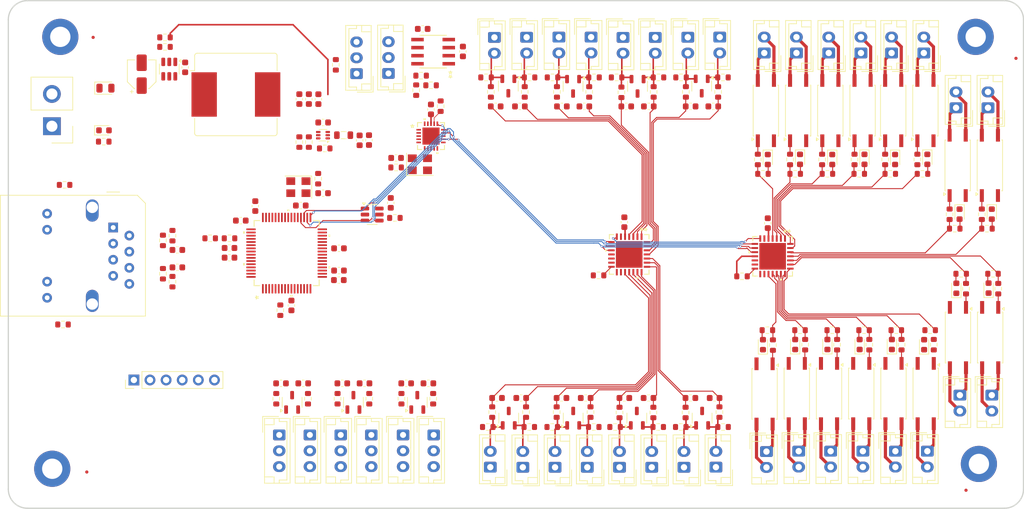
<source format=kicad_pcb>
(kicad_pcb (version 20240108) (generator "pcbnew") (generator_version "8.0")
  (layers (0 "F.Cu" signal) (1 "In1.Cu" signal) (2 "In2.Cu" signal) (31 "B.Cu" signal) (34 "B.Paste" user) (35 "F.Paste" user) (36 "B.SilkS" user "B.Silkscreen") (37 "F.SilkS" user "F.Silkscreen") (38 "B.Mask" user) (39 "F.Mask" user) (44 "Edge.Cuts" user))
  (net 0 "")
  (net 1 "+3.3V")
  (net 2 "GND")
  (net 3 "/AD0")
  (net 4 "/AD1")
  (net 5 "/AD2")
  (net 6 "/AD3")
  (net 7 "/AD4")
  (net 8 "/AD5")
  (net 9 "/ETH_Connector/RX_C")
  (net 10 "/ETH_Connector/TX_C")
  (net 11 "/IO_core/DI0")
  (net 12 "/MCU_core/RST#")
  (net 14 "/IO_core/DI4")
  (net 15 "/ETH_Connector/ETH.RX+")
  (net 17 "Net-(J5001-Pad11)")
  (net 18 "/ETH_Connector/ETH.TX-")
  (net 19 "/ETH_Connector/ETH.TX+")
  (net 20 "Net-(J5001-Pad9)")
  (net 21 "/ETH_Connector/ETH.RX-")
  (net 23 "/IO_core/DI1")
  (net 24 "/IO_core/DI5")
  (net 25 "/IO_core/DI2")
  (net 26 "/IO_core/DI6")
  (net 27 "/IO_core/DI3")
  (net 28 "/IO_core/DI7")
  (net 29 "/IO_core/DI8")
  (net 30 "/IO_core/DI12")
  (net 31 "/IO_core/DI9")
  (net 32 "/IO_core/DI13")
  (net 33 "/IO_core/DI10")
  (net 34 "/IO_core/DI14")
  (net 35 "/IO_core/DI11")
  (net 36 "/IO_core/DI15")
  (net 37 "/IO_core/Digital Input/DI14x")
  (net 38 "/IO_core/Digital Input/DI15x")
  (net 39 "/IO_core/Digital Input/DI12x")
  (net 40 "/IO_core/Digital Input/DI13x")
  (net 41 "/ETH_Connector/LED_Y")
  (net 42 "/ETH_Connector/LED_G")
  (net 43 "/MCU_core/UART_RX")
  (net 44 "/CAN/CAN_STBY")
  (net 45 "/MCU_core/UART_TX")
  (net 46 "/MCU_core/DO8")
  (net 47 "/CAN/CAN_RX")
  (net 48 "/CAN/CAN_TX")
  (net 49 "+5V")
  (net 50 "/MCU_core/SPI_SS3")
  (net 51 "/CAN/CAN_H")
  (net 52 "/CAN/CAN_L")
  (net 53 "Net-(D3002-A)")
  (net 54 "Net-(D9001-A)")
  (net 55 "Net-(D9002-A)")
  (net 56 "Net-(D9003-A)")
  (net 57 "/CAN_CTRL.INT#")
  (net 58 "/MCU_core/MCU_25Mhz")
  (net 59 "/IO_core/Digital Input/DI7x")
  (net 60 "/IO_core/Digital Input/DI6x")
  (net 61 "/IO_core/Digital Input/DI5x")
  (net 62 "/IO_core/Digital Input/DI4x")
  (net 63 "/IO_core/Digital Input/DI0x")
  (net 64 "/IO_core/Digital Input/DI1x")
  (net 65 "/IO_core/Digital Input/DI3x")
  (net 66 "/IO_core/Digital Input/DI2x")
  (net 67 "/IO_core/Digital Input/DI10x")
  (net 68 "/IO_core/Digital Input/DI11x")
  (net 69 "/IO_core/Digital Input/DI8x")
  (net 70 "/IO_core/AD4x")
  (net 71 "/IO_core/AD5x")
  (net 72 "/IO_core/AD1x")
  (net 73 "/IO_core/AD2x")
  (net 74 "/IO_core/AD3x")
  (net 75 "/IO_core/AD0x")
  (net 76 "/MCU_core/PGC")
  (net 77 "/MCU_core/PGD")
  (net 78 "Net-(J9001-Pin_1)")
  (net 79 "Net-(J9001-Pin_2)")
  (net 80 "Net-(J9002-Pin_1)")
  (net 81 "Net-(J9002-Pin_2)")
  (net 82 "/IO_core/Digital Input/DI9x")
  (net 83 "/CAN/25Mhz_CAN")
  (net 84 "Net-(J9003-Pin_2)")
  (net 85 "Net-(J9003-Pin_1)")
  (net 86 "Net-(J9004-Pin_1)")
  (net 87 "Net-(J9004-Pin_2)")
  (net 88 "Net-(J9005-Pin_1)")
  (net 89 "Net-(J9005-Pin_2)")
  (net 90 "Net-(J9006-Pin_1)")
  (net 91 "Net-(J9006-Pin_2)")
  (net 92 "Net-(J9007-Pin_2)")
  (net 93 "Net-(J9007-Pin_1)")
  (net 94 "Net-(J9008-Pin_2)")
  (net 95 "Net-(J9008-Pin_1)")
  (net 96 "/MCU_core/RBIAS")
  (net 97 "/MCU_core/RB_Split")
  (net 98 "/CAN/CAN_CTRL_RST#")
  (net 99 "Net-(U2002B-VDDCORE{slash}VCAP)")
  (net 100 "Net-(U3001-SW)")
  (net 101 "Net-(U3001-BOOST)")
  (net 102 "Net-(U2003-ST#)")
  (net 103 "Net-(U3001-Vfb)")
  (net 104 "Net-(U6001-ST#)")
  (net 105 "Net-(U6002-*RX0BF)")
  (net 116 "Net-(U3002-SW)")
  (net 117 "Net-(D3001-K)")
  (net 118 "Net-(U3002-FB)")
  (net 120 "Net-(J9009-Pin_2)")
  (net 121 "Net-(J9009-Pin_1)")
  (net 122 "Net-(J9010-Pin_1)")
  (net 123 "Net-(J9010-Pin_2)")
  (net 124 "Net-(J9011-Pin_2)")
  (net 125 "Net-(J9011-Pin_1)")
  (net 126 "Net-(J9012-Pin_2)")
  (net 127 "Net-(J9012-Pin_1)")
  (net 128 "Net-(J9013-Pin_1)")
  (net 129 "Net-(J9013-Pin_2)")
  (net 130 "Net-(J9014-Pin_2)")
  (net 131 "Net-(J9014-Pin_1)")
  (net 132 "Net-(J9015-Pin_1)")
  (net 133 "Net-(J9015-Pin_2)")
  (net 134 "Net-(J9016-Pin_1)")
  (net 135 "Net-(J9016-Pin_2)")
  (net 136 "Net-(U4001-*RESET)")
  (net 137 "Net-(U4002-*RESET)")
  (net 138 "/IO_core/Digital Output/DO0x")
  (net 139 "/IO_core/DO0")
  (net 140 "/IO_core/Digital Output/DO1x")
  (net 141 "/IO_core/DO1")
  (net 142 "/IO_core/DO2")
  (net 143 "/IO_core/Digital Output/DO2x")
  (net 144 "/IO_core/Digital Output/DO3x")
  (net 145 "/IO_core/DO3")
  (net 146 "/IO_core/Digital Output/DO4x")
  (net 147 "/IO_core/DO4")
  (net 148 "/IO_core/DO5")
  (net 149 "/IO_core/Digital Output/DO5x")
  (net 150 "/IO_core/DO6")
  (net 151 "/IO_core/Digital Output/DO6x")
  (net 152 "/IO_core/Digital Output/DO7x")
  (net 153 "/IO_core/DO7")
  (net 154 "/MCU_core/DO4")
  (net 155 "/MCU_core/DO6")
  (net 159 "/MCU_core/DO2")
  (net 160 "/MCU_core/DO3")
  (net 164 "/MCU_core/DO0")
  (net 165 "/MCU_core/DO5")
  (net 166 "/MCU_core/DO1")
  (net 168 "/MCU_core/DO7")
  (net 169 "/IO_core/DO12")
  (net 170 "/IO_core/DO14")
  (net 171 "/IO_core/DO13")
  (net 172 "/IO_core/DO9")
  (net 173 "/IO_core/DO10")
  (net 174 "/IO_core/DO8")
  (net 175 "/IO_core/DO15")
  (net 176 "/IO_core/DO11")
  (net 177 "/IO_core/Digital Output/DO8x")
  (net 178 "/IO_core/Digital Output/DO9x")
  (net 179 "/IO_core/Digital Output/DO10x")
  (net 180 "/IO_core/Digital Output/DO11x")
  (net 181 "/IO_core/Digital Output/DO12x")
  (net 182 "/IO_core/Digital Output/DO13x")
  (net 183 "/IO_core/Digital Output/DO14x")
  (net 184 "/IO_core/Digital Output/DO15x")
  (net 185 "Net-(D3001-A)")
  (net 186 "Net-(R3003-Pad2)")
  (net 187 "/SPI_DI.INT#")
  (net 188 "/SPI_DI.INT1#")
  (net 189 "/SPI_DO.INT#")
  (net 190 "/SPI_DO.INT1#")
  (net 191 "Net-(D9004-A)")
  (net 192 "Net-(D9005-A)")
  (net 193 "Net-(D9006-A)")
  (net 194 "Net-(D9007-A)")
  (net 195 "Net-(D9008-A)")
  (net 196 "Net-(D9009-A)")
  (net 197 "Net-(D9010-A)")
  (net 198 "Net-(D9011-A)")
  (net 199 "Net-(D9012-A)")
  (net 200 "Net-(D9013-A)")
  (net 201 "Net-(D9014-A)")
  (net 202 "Net-(D9015-A)")
  (net 203 "Net-(D9016-A)")
  (net 204 "/SPI_DO.SCK")
  (net 205 "/SPI_DO.MISO")
  (net 206 "/SPI_DO.MOSI")
  (net 207 "/SPI_DO.CS#")
  (net 208 "/MCU_core/SPI_SS0")
  (net 209 "/CAN_CTRL.CS#")
  (footprint "MountingHole:MountingHole_3.2mm_M3_ISO7380_Pad" (layer "F.Cu") (at 51.054 173.99)
    (property "Reference" "H7004" (hide yes))
    (property "Value" "MountingHole_Pad" (hide yes))
  )
  (footprint "Resistor_SMD:R_0603_1608Metric" (layer "F.Cu") (at 184.087 152.146)
    (property "Reference" "R9023" (hide yes))
    (property "Value" "200R" (hide yes))
  )
  (footprint "Resistor_SMD:R_0603_1608Metric" (layer "F.Cu") (at 140.462 165.12 -90)
    (property "Reference" "R8001" (hide yes))
    (property "Value" "200R" (hide yes))
  )
  (footprint "Capacitor_SMD:C_0603_1608Metric" (layer "F.Cu") (at 91.5 115.725 -90)
    (property "Reference" "C3008" (hide yes))
    (property "Value" "10u 10V" (hide yes))
  )
  (footprint "Package_SO:SO-4_7.6x3.6mm_P2.54mm" (layer "F.Cu") (at 168.61 117.54 90)
    (property "Reference" "U9015" (hide yes))
    (property "Value" "TLP241B" (hide yes))
  )
  (footprint "Resistor_SMD:R_0603_1608Metric" (layer "F.Cu") (at 78.994 137.668 180)
    (property "Reference" "R2003" (hide yes))
    (property "Value" "2K2" (hide yes))
  )
  (footprint "Connector_JST:JST_EH_B2B-EH-A_1x02_P2.50mm_Vertical" (layer "F.Cu") (at 141.016 105.998 -90)
    (property "Reference" "J8012" (hide yes))
    (property "Value" "JST,2.54" (hide yes))
  )
  (footprint "Resistor_SMD:R_0603_1608Metric" (layer "F.Cu") (at 173.228 127.508 180)
    (property "Reference" "R9030" (hide yes))
    (property "Value" "200R" (hide yes))
  )
  (footprint "Connector_JST:JST_EH_B2B-EH-A_1x02_P2.50mm_Vertical" (layer "F.Cu") (at 120.742 105.998 -90)
    (property "Reference" "J8016" (hide yes))
    (property "Value" "JST,2.54" (hide yes))
  )
  (footprint "Capacitor_SMD:C_0603_1608Metric" (layer "F.Cu") (at 70.775 142.25)
    (property "Reference" "C5001" (hide yes))
    (property "Value" "100n 25V" (hide yes))
  )
  (footprint "Resistor_SMD:R_0603_1608Metric" (layer "F.Cu") (at 179.007 152.146)
    (property "Reference" "R9022" (hide yes))
    (property "Value" "200R" (hide yes))
  )
  (footprint "MountingHole:MountingHole_3.2mm_M3_ISO7380_Pad" (layer "F.Cu") (at 197.104 173.228)
    (property "Reference" "H7003" (hide yes))
    (property "Value" "MountingHole_Pad" (hide yes))
  )
  (footprint "Package_SO:SO-4_7.6x3.6mm_P2.54mm" (layer "F.Cu") (at 188.722 162.134 -90)
    (property "Reference" "U9006" (hide yes))
    (property "Value" "TLP241B" (hide yes))
  )
  (footprint "Resistor_SMD:R_0603_1608Metric" (layer "F.Cu") (at 195.072 145.604 -90)
    (property "Reference" "R9007" (hide yes))
    (property "Value" "200R" (hide yes))
  )
  (footprint "Resistor_SMD:R_0603_1608Metric" (layer "F.Cu") (at 119.426 112.308)
    (property "Reference" "R8032" (hide yes))
    (property "Value" "10K" (hide yes))
  )
  (footprint "Resistor_SMD:R_0603_1608Metric" (layer "F.Cu") (at 126.238 167.406 180)
    (property "Reference" "R8012" (hide yes))
    (property "Value" "10K" (hide yes))
  )
  (footprint "Connector_JST:JST_EH_B3B-EH-A_1x03_P2.50mm_Vertical" (layer "F.Cu") (at 99.014 111.72 90)
    (property "Reference" "J6001" (hide yes))
    (property "Value" "JST,2.54" (hide yes))
  )
  (footprint "Resistor_SMD:R_0603_1608Metric" (layer "F.Cu") (at 167.34 125.242 90)
    (property "Reference" "R9015" (hide yes))
    (property "Value" "200R" (hide yes))
  )
  (footprint "Connector_JST:JST_EH_B2B-EH-A_1x02_P2.50mm_Vertical" (layer "F.Cu") (at 150.622 173.756 90)
    (property "Reference" "J8007" (hide yes))
    (property "Value" "JST,2.54" (hide yes))
  )
  (footprint "Capacitor_SMD:C_0603_1608Metric" (layer "F.Cu") (at 145.034 162.834 180)
    (property "Reference" "C8004" (hide yes))
    (property "Value" "100n 25V" (hide yes))
  )
  (footprint "Capacitor_SMD:C_0603_1608Metric" (layer "F.Cu") (at 141.224 162.834)
    (property "Reference" "C8002" (hide yes))
    (property "Value" "100n 25V" (hide yes))
  )
  (footprint "Capacitor_SMD:C_0603_1608Metric" (layer "F.Cu") (at 131.377 116.88)
    (property "Reference" "C8012" (hide yes))
    (property "Value" "100n 25V" (hide yes))
  )
  (footprint "Resistor_SMD:R_0603_1608Metric" (layer "F.Cu") (at 105.057 134.452)
    (property "Reference" "R2001" (hide yes))
    (property "Value" "10K" (hide yes))
  )
  (footprint "Resistor_SMD:R_0603_1608Metric" (layer "F.Cu") (at 150.876 165.12 -90)
    (property "Reference" "R8003" (hide yes))
    (property "Value" "200R" (hide yes))
  )
  (footprint "Resistor_SMD:R_0603_1608Metric" (layer "F.Cu") (at 182.326 125.242 90)
    (property "Reference" "R9012" (hide yes))
    (property "Value" "200R" (hide yes))
  )
  (footprint "Package_SO:SO-4_7.6x3.6mm_P2.54mm" (layer "F.Cu") (at 163.322 162.196 -90)
    (property "Reference" "U9001" (hide yes))
    (property "Value" "TLP241B" (hide yes))
  )
  (footprint "Resistor_SMD:R_0603_1608Metric" (layer "F.Cu") (at 87 149 90)
    (property "Reference" "R2002" (hide yes))
    (property "Value" "10K" (hide yes))
  )
  (footprint "Resistor_SMD:R_0603_1608Metric" (layer "F.Cu") (at 68.5 143.25 -90)
    (property "Reference" "R5004" (hide yes))
    (property "Value" "49R9" (hide yes))
  )
  (footprint "LED_SMD:LED_0603_1608Metric" (layer "F.Cu") (at 183.388 154.4065 90)
    (property "Reference" "D9007" (hide yes))
    (property "Value" "LED G" (hide yes))
  )
  (footprint "Connector_JST:JST_EH_B2B-EH-A_1x02_P2.50mm_Vertical" (layer "F.Cu") (at 168.702 171.216 -90)
    (property "Reference" "J9002" (hide yes))
    (property "Value" "JST,2.54" (hide yes))
  )
  (footprint "Capacitor_SMD:C_0603_1608Metric" (layer "F.Cu") (at 99.5 122.225 -90)
    (property "Reference" "C3005" (hide yes))
    (property "Value" "10u 10V" (hide yes))
  )
  (footprint "Package_TO_SOT_SMD:SOT-23-6" (layer "F.Cu") (at 69.5 111 -90)
    (property "Reference" "U3001" (hide yes))
    (property "Value" "LMR51610-Q1" (hide yes))
  )
  (footprint "Capacitor_SMD:C_0603_1608Metric" (layer "F.Cu") (at 90 115.725 -90)
    (property "Reference" "C3002" (hide yes))
    (property "Value" "10u 10V" (hide yes))
  )
  (footprint "Resistor_SMD:R_0603_1608Metric" (layer "F.Cu") (at 119.697 167.406)
    (property "Reference" "R8010" (hide yes))
    (property "Value" "10K" (hide yes))
  )
  (footprint "Resistor_SMD:R_0603_1608Metric" (layer "F.Cu") (at 91.5 122.5 90)
    (property "Reference" "R3004" (hide yes))
    (property "Value" "43K" (hide yes))
  )
  (footprint "Resistor_SMD:R_0603_1608Metric" (layer "F.Cu") (at 96.022 162.951 -90)
    (property "Reference" "R4004" (hide yes))
    (property "Value" "200R" (hide yes))
  )
  (footprint "Resistor_SMD:R_0603_1608Metric" (layer "F.Cu") (at 163.068 127.508 180)
    (property "Reference" "R9032" (hide yes))
    (property "Value" "200R" (hide yes))
  )
  (footprint "Package_TO_SOT_SMD:SOT-563" (layer "F.Cu") (at 93.726 121.412 180)
    (property "Reference" "U3002" (hide yes))
    (property "Value" "TPS62A01" (hide yes))
  )
  (footprint "Capacitor_SMD:C_0603_1608Metric" (layer "F.Cu") (at 110.34 160.528 180)
    (property "Reference" "C4001" (hide yes))
    (property "Value" "100n 25V" (hide yes))
  )
  (footprint "Capacitor_SMD:C_0603_1608Metric" (layer "F.Cu") (at 124.76 116.88 180)
    (property "Reference" "C8014" (hide yes))
    (property "Value" "100n 25V" (hide yes))
  )
  (footprint "Package_TO_SOT_SMD:SOT-23-3" (layer "F.Cu") (at 133.142 113.7105 -90)
    (property "Reference" "D8008" (hide yes))
    (property "Value" "PESD2USB3UXT-Q" (hide yes))
  )
  (footprint "Capacitor_SMD:C_0603_1608Metric" (layer "F.Cu") (at 87.11 160.528)
    (property "Reference" "C4006" (hide yes))
    (property "Value" "100n 25V" (hide yes))
  )
  (footprint "Resistor_SMD:R_0603_1608Metric" (layer "F.Cu") (at 68.5 138 -90)
    (property "Reference" "R5005" (hide yes))
    (property "Value" "49R9" (hide yes))
  )
  (footprint "Resistor_SMD:R_0603_1608Metric" (layer "F.Cu") (at 174.752 154.432 -90)
    (property "Reference" "R9003" (hide yes))
    (property "Value" "200R" (hide yes))
  )
  (footprint "LED_SMD:LED_0603_1608Metric" (layer "F.Cu") (at 168.148 154.4065 90)
    (property "Reference" "D9004" (hide yes))
    (property "Value" "LED G" (hide yes))
  )
  (footprint "Capacitor_SMD:C_0603_1608Metric" (layer "F.Cu") (at 115.778 108.219003 -90)
    (property "Reference" "C6004" (hide yes))
    (property "Value" "100n 25V" (hide yes))
  )
  (footprint "Package_SO:SO-4_7.6x3.6mm_P2.54mm" (layer "F.Cu") (at 173.482 162.134 -90)
    (property "Reference" "U9003" (hide yes))
    (property "Value" "TLP241B" (hide yes))
  )
  (footprint "Resistor_SMD:R_0603_1608Metric" (layer "F.Cu") (at 145.796 165.12 -90)
    (property "Reference" "R8002" (hide yes))
    (property "Value" "200R" (hide yes))
  )
  (footprint "Connector_JST:JST_EH_B2B-EH-A_1x02_P2.50mm_Vertical" (layer "F.Cu") (at 193.502 117.094 90)
    (property "Reference" "J9010" (hide yes))
    (property "Value" "JST,2.54" (hide yes))
  )
  (footprint "Resistor_SMD:R_0603_1608Metric" (layer "F.Cu") (at 146.604 112.308 180)
    (property "Reference" "R8029" (hide yes))
    (property "Value" "10K" (hide yes))
  )
  (footprint "Fiducial:Fiducial_0.5mm_Mask1mm" (layer "F.Cu") (at 56.5 174.5)
    (property "Reference" "FID7004" (hide yes))
    (property "Value" "Fiducial_05_1" (hide yes))
  )
  (footprint "Resistor_SMD:R_0603_1608Metric" (layer "F.Cu") (at 150.922 114.594 90)
    (property "Reference" "R8018" (hide yes))
    (property "Value" "200R" (hide yes))
  )
  (footprint "Inductor_SMD:L_Bourns_SRR1208_12.7x12.7mm" (layer "F.Cu") (at 80 115)
    (property "Reference" "L3001" (hide yes))
    (property "Value" "33uH" (hide yes))
  )
  (footprint "Resistor_SMD:R_0603_1608Metric" (layer "F.Cu") (at 111.09 162.951 -90)
    (property "Reference" "R4001" (hide yes))
    (property "Value" "200R" (hide yes))
  )
  (footprint "Resistor_SMD:R_0603_1608Metric" (layer "F.Cu") (at 120.396 165.057 -90)
    (property "Reference" "R8005" (hide yes))
    (property "Value" "200R" (hide yes))
  )
  (footprint "bt_footprints:SOIC8_4P9X3P9MC_MCH" (layer "F.Cu") (at 111.0855 108.25 180)
    (property "Reference" "U6003" (hide yes))
    (property "Value" "ATA6561-GAQW" (hide yes))
  )
  (footprint "Package_SO:SO-4_7.6x3.6mm_P2.54mm" (layer "F.Cu") (at 163.53 117.54 90)
    (property "Reference" "U9016" (hide yes))
    (property "Value" "TLP241B" (hide yes))
  )
  (footprint "Connector_JST:JST_EH_B2B-EH-A_1x02_P2.50mm_Vertical" (layer "F.Cu") (at 163.276 108.458 90)
    (property "Reference" "J9016" (hide yes))
    (property "Value" "JST,2.54" (hide yes))
  )
  (footprint "Resistor_SMD:R_0603_1608Metric" (layer "F.Cu") (at 106.09 162.951 -90)
    (property "Reference" "R4002" (hide yes))
    (property "Value" "200R" (hide yes))
  )
  (footprint "Capacitor_SMD:C_0603_1608Metric" (layer "F.Cu") (at 110.744 117.348 90)
    (property "Reference" "C6002" (hide yes))
    (property "Value" "100n 25V" (hide yes))
  )
  (footprint "Connector_Samtec_HPM_THT:Samtec_HPM-02-01-x-S_Straight_1x02_Pitch5.08mm" (layer "F.Cu") (at 51 120 180)
    (property "Reference" "J3001" (hide yes))
    (property "Value" "Screw_Terminal_01x02" (hide yes))
  )
  (footprint "Resistor_SMD:R_0603_1608Metric" (layer "F.Cu") (at 90 122.5 -90)
    (property "Reference" "R3005" (hide yes))
    (property "Value" "10K" (hide yes))
  )
  (footprint "Capacitor_SMD:C_0603_1608Metric" (layer "F.Cu") (at 109.441 104.663003)
    (property "Reference" "C6003" (hide yes))
    (property "Value" "100n 25V" (hide yes))
  )
  (footprint "Resistor_SMD:R_0603_1608Metric" (layer "F.Cu") (at 169.718 154.432 -90)
    (property "Reference" "R9002" (hide yes))
    (property "Value" "200R" (hide yes))
  )
  (footprint "LED_SMD:LED_0603_1608Metric" (layer "F.Cu") (at 178.308 154.4065 90)
    (property "Reference" "D9006" (hide yes))
    (property "Value" "LED G" (hide yes))
  )
  (footprint "LED_SMD:LED_0603_1608Metric" (layer "F.Cu") (at 173.228 154.4065 90)
    (property "Reference" "D9005" (hide yes))
    (property "Value" "LED G" (hide yes))
  )
  (footprint "Capacitor_SMD:C_0603_1608Metric" (layer "F.Cu") (at 124.968 162.834 180)
    (property "Reference" "C8003" (hide yes))
    (property "Value" "100n 25V" (hide yes))
  )
  (footprint "Capacitor_SMD:C_0603_1608Metric" (layer "F.Cu") (at 96.225 144.25)
    (property "Reference" "C2010" (hide yes))
    (property "Value" "100n 25V" (hide yes))
  )
  (footprint "Resistor_SMD:R_0603_1608Metric" (layer "F.Cu") (at 101.022 162.951 -90)
    (property "Reference" "R4003" (hide yes))
    (property "Value" "200R" (hide yes))
  )
  (footprint "Capacitor_SMD:C_0603_1608Metric" (layer "F.Cu") (at 78.994 140.716 180)
    (property "Reference" "C2005" (hide yes))
    (property "Value" "100n 25V" (hide yes))
  )
  (footprint "Resistor_SMD:R_0603_1608Metric" (layer "F.Cu") (at 94 123.5 180)
    (property "Reference" "R3003" (hide yes))
    (property "Value" "2K2" (hide yes))
  )
  (footprint "Resistor_SMD:R_0603_1608Metric" (layer "F.Cu") (at 184.912 154.432 -90)
    (property "Reference" "R9005" (hide yes))
    (property "Value" "200R" (hide yes))
  )
  (footprint "Connector_JST:JST_EH_B2B-EH-A_1x02_P2.50mm_Vertical" (layer "F.Cu") (at 155.656 173.736 90)
    (property "Reference" "J8008" (hide yes))
    (property "Value" "JST,2.54" (hide yes))
  )
  (footprint "Connector_JST:JST_EH_B3B-EH-A_1x03_P2.50mm_Vertical" (layer "F.Cu") (at 104.048 111.68 90)
    (property "Reference" "J6002" (hide yes))
    (property "Value" "JST,2.54" (hide yes))
  )
  (footprint "Capacitor_SMD:C_0603_1608Metric" (layer "F.Cu") (at 96.25 139.25)
    (property "Reference" "C2002" (hide yes))
    (property "Value" "100n 25V" (hide yes))
  )
  (footprint "Resistor_SMD:R_0603_1608Metric" (layer "F.Cu") (at 183.134 127.508 180)
    (property "Reference" "R9028" (hide yes))
    (property "Value" "200R" (hide yes))
  )
  (footprint "Capacitor_SMD:C_0603_1608Metric" (layer "F.Cu") (at 93.739 130.556)
    (property "Reference" "C2003" (hide yes))
    (property "Value" "100n 25V" (hide yes))
  )
  (footprint "Resistor_SMD:R_0603_1608Metric" (layer "F.Cu") (at 168.148 127.508 180)
    (property "Reference" "R9031" (hide yes))
    (property "Value" "200R" (hide yes))
  )
  (footprint "LED_SMD:LED_0603_1608Metric" (layer "F.Cu") (at 168.91 125.222 -90)
    (property "Reference" "D9015" (hide yes))
    (property "Value" "LED G" (hide yes))
  )
  (footprint "Fiducial:Fiducial_0.5mm_Mask1mm" (layer "F.Cu") (at 57.5 106)
    (property "Reference" "FID7001" (hide yes))
    (property "Value" "Fiducial_05_1" (hide yes))
  )
  (footprint "Resistor_SMD:R_0603_1608Metric" (layer "F.Cu") (at 120.188 114.594 90)
    (property "Reference" "R8024" (hide yes))
    (property "Value" "200R" (hide yes))
  )
  (footprint "Connector_JST:JST_EH_B2B-EH-A_1x02_P2.50mm_Vertical" (layer "F.Cu") (at 178.516 108.458 90)
    (property "Reference" "J9013" (hide yes))
    (property "Value" "JST,2.54" (hide yes))
  )
  (footprint "Resistor_SMD:R_0603_1608Metric" (layer "F.Cu") (at 108.412 114.315003 90)
    (property "Reference" "R6005" (hide yes))
    (property "Value" "10K" (hide yes))
  )
  (footprint "Connector_JST:JST_EH_B2B-EH-A_1x02_P2.50mm_Vertical" (layer "F.Cu") (at 173.736 171.216 -90)
    (property "Reference" "J9003" (hide yes))
    (property "Value" "JST,2.54" (hide yes))
  )
  (footprint "Resistor_SMD:R_0603_1608Metric" (layer "F.Cu") (at 126.284 112.308 180)
    (property "Reference" "R8030" (hide yes))
    (property "Value" "10K" (hide yes))
  )
  (footprint "Resistor_SMD:R_0603_1608Metric" (layer "F.Cu") (at 156.781 167.406 180)
    (property "Reference" "R8015" (hide yes))
    (property "Value" "10K" (hide yes))
  )
  (footprint "Connector_JST:JST_EH_B2B-EH-A_1x02_P2.50mm_Vertical" (layer "F.Cu") (at 135.982 105.958 -90)
    (property "Reference" "J8013" (hide yes))
    (property "Value" "JST,2.54" (hide yes))
  )
  (footprint "Connector_JST:JST_EH_B2B-EH-A_1x02_P2.50mm_Vertical" (layer "F.Cu") (at 188.976 171.216 -90)
    (property "Reference" "J9006" (hide yes))
    (property "Value" "JST,2.54" (hide yes))
  )
  (footprint "Resistor_SMD:R_0603_1608Metric" (layer "F.Cu") (at 159.766 143.660001)
    (property "Reference" "R4008" (hide yes))
    (property "Value" "10K" (hide yes))
  )
  (footprint "LED_SMD:LED_0603_1608Metric" (layer "F.Cu") (at 163.068 154.432 90)
    (property "Reference" "D9003" (hide yes))
    (property "Value" "LED G" (hide yes))
  )
  (footprint "Package_TO_SOT_SMD:SOT-23-3" (layer "F.Cu") (at 98.522 163.521 90)
    (property "Reference" "D4002" (hide yes))
    (property "Value" "PESD2USB3UXT-Q" (hide yes))
  )
  (footprint "Capacitor_SMD:C_0603_1608Metric" (layer "F.Cu") (at 155.24 116.88 180)
    (property "Reference" "C8009" (hide yes))
    (property "Value" "100n 25V" (hide yes))
  )
  (footprint "Capacitor_SMD:C_0603_1608Metric" (layer "F.Cu") (at 96.25 142.75)
    (property "Reference" "C2007" (hide yes))
    (property "Value" "100n 25V" (hide yes))
  )
  (footprint "Connector_JST:JST_EH_B2B-EH-A_1x02_P2.50mm_Vertical" (layer "F.Cu") (at 130.902 105.958 -90)
    (property "Reference" "J8014" (hide yes))
    (property "Value" "JST,2.54" (hide yes))
  )
  (footprint "Package_SO:SO-4_7.6x3.6mm_P2.54mm" (layer "F.Cu") (at 198.836 126.176 90)
    (property "Reference" "U9009" (hide yes))
    (property "Value" "TLP241B" (hide yes))
  )
  (footprint "Package_SO:SO-4_7.6x3.6mm_P2.54mm" (layer "F.Cu") (at 183.642 162.134 -90)
    (property "Reference" "U9005" (hide yes))
    (property "Value" "TLP241B" (hide yes))
  )
  (footprint "Capacitor_SMD:C_0603_1608Metric" (layer "F.Cu") (at 88.75 148.25 -90)
    (property "Reference" "C2011" (hide yes))
    (property "Value" "10u 10V" (hide yes))
  )
  (footprint "Resistor_SMD:R_0603_1608Metric" (layer "F.Cu") (at 193.294 136.144 180)
    (property "Reference" "R9026" (hide yes))
    (property "Value" "200R" (hide yes))
  )
  (footprint "Resistor_SMD:R_0603_1608Metric" (layer "F.Cu") (at 162.26 125.242 90)
    (property "Reference" "R9016" (hide yes))
    (property "Value" "200R" (hide yes))
  )
  (footprint "Resistor_SMD:R_0603_1608Metric" (layer "F.Cu") (at 95.75 110.325 90)
    (property "Reference" "R6006" (hide yes))
    (property "Value" "120R" (hide yes))
  )
  (footprint "Connector_PinHeader_2.54mm:PinHeader_1x06_P2.54mm_Vertical" (layer "F.Cu") (at 63.92 160 90)
    (property "Reference" "J2001" (hide yes))
    (property "Value" "Conn_01x06" (hide yes))
  )
  (footprint "Capacitor_SMD:C_0603_1608Metric" (layer "F.Cu") (at 83.058 132.588 90)
    (property "Reference" "C2009" (hide yes))
    (property "Value" "100n 25V" (hide yes))
  )
  (footprint "Capacitor_SMD:C_0603_1608Metric" (layer "F.Cu") (at 90.61 160.528 180)
    (property "Reference" "C4005" (hide yes))
    (property "Value" "100n 25V" (hide yes))
  )
  (footprint "Resistor_SMD:R_0603_1608Metric" (layer "F.Cu") (at 110.761 113.553003)
    (property "Reference" "R6003" (hide yes))
    (property "Value" "0R" (hide yes))
  )
  (footprint "Capacitor_SMD:C_0603_1608Metric" (layer "F.Cu") (at 100.976 122.187 -90)
    (property "Reference" "C3007" (hide yes))
    (property "Value" "10u 10V" (hide yes))
  )
  (footprint "Package_TO_SOT_SMD:SOT-23-3" (layer "F.Cu") (at 143.302 113.7105 -90)
    (property "Reference" "D8005" (hide yes))
    (property "Value" "PESD2USB3UXT-Q" (hide yes))
  )
  (footprint "Package_SO:SO-4_7.6x3.6mm_P2.54mm" (layer "F.Cu") (at 188.676 117.54 90)
    (property "Reference" "U9011" (hide yes))
    (property "Value" "TLP241B" (hide yes))
  )
  (footprint "LED_SMD:LED_0603_1608Metric" (layer "F.Cu") (at 59.2075 120.65)
    (property "Reference" "D3002" (hide yes))
    (property "Value" "LED G" (hide yes))
  )
  (footprint "Capacitor_SMD:C_0603_1608Metric" (layer "F.Cu") (at 70.775 139.5)
    (property "Reference" "C5002" (hide yes))
    (property "Value" "100n 25V" (hide yes))
  )
  (footprint "Resistor_SMD:R_0603_1608Metric" (layer "F.Cu") (at 68.825 106 180)
    (property "Reference" "R3001" (hide yes))
    (property "Value" "160K" (hide yes))
  )
  (footprint "Package_SO:SO-4_7.6x3.6mm_P2.54mm" (layer "F.Cu") (at 193.802 153.306 -90)
    (property "Reference" "U9007" (hide yes))
    (property "Value" "TLP241B" (hide yes))
  )
  (footprint "Package_TO_SOT_SMD:SOT-23-6" (layer "F.Cu") (at 101.4785 133.924)
    (property "Reference" "U2001" (hide yes))
    (property "Value" "93AA46BT-I/OT" (hide yes))
  )
  (footprint "Package_SO:SO-4_7.6x3.6mm_P2.54mm" (layer "F.Cu") (at 198.882 153.306 -90)
    (property "Reference" "U9008" (hide yes))
    (property "Value" "TLP241B" (hide yes))
  )
  (footprint "Capacitor_SMD:C_0603_1608Metric" (layer "F.Cu") (at 121.158 162.834)
    (property "Reference" "C8001" (hide yes))
    (property "Value" "100n 25V" (hide yes))
  )
  (footprint "Capacitor_SMD:C_0603_1608Metric" (layer "F.Cu") (at 90.225 132.5)
    (property "Reference" "C2004" (hide yes))
    (property "Value" "100n 25V" (hide yes))
  )
  (footprint "Capacitor_SMD:C_0603_1608Metric" (layer "F.Cu") (at 104.405 132.08 90)
    (property "Reference" "C2001" (hide yes))
    (property "Value" "100n 25V" (hide yes))
  )
  (footprint "Connector_JST:JST_EH_B3B-EH-A_1x03_P2.50mm_Vertical" (layer "F.Cu") (at 101.346 168.656 -90)
    (property "Reference" "J4003" (hide yes))
    (property "Value" "JST,2.54")
  )
  (footprint "Diode_SMD:D_0805_2012Metric" (layer "F.Cu") (at 59.4375 114)
    (property "Reference" "D3001" (hide yes))
    (property "Value" "D")
  )
  (footprint "Resistor_SMD:R_0603_1608Metric" (layer "F.Cu") (at 168.91 152.146)
    (property "Reference" "R9020" (hide yes))
    (property "Value" "200R" (hide yes))
  )
  (footprint "Connector_JST:JST_EH_B2B-EH-A_1x02_P2.50mm_Vertical" (layer "F.Cu") (at 145.542 173.756 90)
    (property "Reference" "J8006" (hide yes))
    (property "Value" "JST,2.54" (hide yes))
  )
  (footprint "LED_SMD:LED_0603_1608Metric" (layer "F.Cu") (at 173.99 125.2475 -90)
    (property "Reference" "D9014" (hide yes))
    (property "Value" "LED G" (hide yes))
  )
  (footprint "Resistor_SMD:R_0603_1608Metric" (layer "F.Cu") (at 177.5 125.242 90)
    (property "Reference" "R9013" (hide yes))
    (property "Value" "200R" (hide yes))
  )
  (footprint "Resistor_SMD:R_0603_1608Metric" (layer "F.Cu") (at 156.002 114.594 90)
    (property "Reference" "R8017" (hide yes))
    (property "Value" "200R" (hide yes))
  )
  (footprint "Resistor_SMD:R_0603_1608Metric" (layer "F.Cu") (at 129.857 167.406)
    (property "Reference" "R8014" (hide yes))
    (property "Value" "10K" (hide yes))
  )
  (footprint "Resistor_SMD:R_0603_1608Metric" (layer "F.Cu") (at 140.762 114.657 90)
    (property "Reference" "R8020" (hide yes))
    (property "Value" "200R" (hide yes))
  )
  (footprint "Resistor_SMD:R_0603_1608Metric" (layer "F.Cu") (at 75.946 137.668 180)
    (property "Reference" "R2005" (hide yes))
    (property "Value" "620R" (hide yes))
  )
  (footprint "LED_SMD:LED_0603_1608Metric" (layer "F.Cu") (at 179.07 125.222 -90)
    (property "Reference" "D9013" (hide yes))
    (property "Value" "LED G" (hide yes))
  )
  (footprint "MountingHole:MountingHole_3.2mm_M3_ISO7380_Pad" (layer "F.Cu") (at 196.596 105.918)
    (property "Reference" "H7002" (hide yes))
    (property "Value" "MountingHole_Pad" (hide yes))
  )
  (footprint "Resistor_SMD:R_0603_1608Metric" (layer "F.Cu") (at 70 144.5 90)
    (property "Reference" "R5003" (hide yes))
    (property "Value" "49R9" (hide yes))
  )
  (footprint "LED_SMD:LED_0603_1608Metric" (layer "F.Cu") (at 188.976 125.222 -90)
    (property "Reference" "D9011" (hide yes))
    (property "Value" "LED G" (hide yes))
  )
  (footprint "Resistor_SMD:R_0603_1608Metric" (layer "F.Cu") (at 129.903 112.308)
    (property "Reference" "R8028" (hide yes))
    (property "Value" "10K" (hide yes))
  )
  (footprint "Resistor_SMD:R_0603_1608Metric" (layer "F.Cu") (at 189.992 154.432 -90)
    (property "Reference" "R9006" (hide yes))
    (property "Value" "200R" (hide yes))
  )
  (footprint "Resistor_SMD:R_0603_1608Metric" (layer "F.Cu") (at 194.31 143.256)
    (property "Reference" "R9024" (hide yes))
    (property "Value" "200R" (hide yes))
  )
  (footprint "bt_footprints:QFN28_6x6MC_MCH" (layer "F.Cu") (at 164.592 140.5 -90)
    (property "Reference" "U4002" (hide yes))
    (property "Value" "MCP23S17-E/ML" (hide yes))
  )
  (footprint "Package_TO_SOT_SMD:SOT-23-3" (layer "F.Cu") (at 153.416 113.6705 -90)
    (property "Reference" "D8007" (hide yes))
    (property "Value" "PESD2USB3UXT-Q" (hide yes))
  )
  (footprint "Capacitor_SMD:C_0603_1608Metric" (layer "F.Cu") (at 105.25 125 180)
    (property "Reference" "C6001" (hide yes))
    (property "Value" "100n 25V" (hide yes))
  )
  (footprint "Connector_JST:JST_EH_B2B-EH-A_1x02_P2.50mm_Vertical" (layer "F.Cu") (at 135.382 173.756 90)
    (property "Reference" "J8004" (hide yes))
    (property "Value" "JST,2.54" (hide yes))
  )
  (footprint "Resistor_SMD:R_0603_1608Metric" (layer "F.Cu") (at 200.152 145.604 -90)
    (property "Reference" "R9008" (hide yes))
    (property "Value" "200R" (hide yes))
  )
  (footprint "Package_SO:SO-4_7.6x3.6mm_P2.54mm" (layer "F.Cu") (at 168.402 162.134 -90)
    (property "Reference" "U9002" (hide yes))
    (property "Value" "TLP241B" (hide yes))
  )
  (footprint "Connector_JST:JST_EH_B3B-EH-A_1x03_P2.50mm_Vertical" (layer "F.Cu") (at 86.832 168.656 -90)
    (property "Reference" "J4006" (hide yes))
    (property "Value" "JST,2.54" (hide yes))
  )
  (footprint "Connector_JST:JST_EH_B2B-EH-A_1x02_P2.50mm_Vertical" (layer "F.Cu") (at 140.462 173.756 90)
    (property "Reference" "J8005" (hide yes))
    (property "Value" "JST,2.54" (hide yes))
  )
  (footprint "Connector_JST:JST_EH_B2B-EH-A_1x02_P2.50mm_Vertical" (layer "F.Cu") (at 183.342 108.458 90)
    (property "Reference" "J9012" (hide yes))
    (property "Value" "JST,2.54" (hide yes))
  )
  (footprint "Package_TO_SOT_SMD:SOT-23-3" (layer "F.Cu") (at 108.59 163.521 90)
    (property "Reference" "D4003" (hide yes))
    (property "Value" "PESD2USB3UXT-Q" (hide yes))
  )
  (footprint "Resistor_SMD:R_0603_1608Metric" (layer "F.Cu") (at 150.114 167.406)
    (property "Reference" "R8013" (hide yes))
    (property "Value" "10K" (hide yes))
  )
  (footprint "Capacitor_SMD:C_0603_1608Metric" (layer "F.Cu") (at 72 110.725 -90)
    (property "Reference" "C3003" (hide yes))
    (property "Value" "100n 25V" (hide yes))
  )
  (footprint "Package_TO_SOT_SMD:SOT-23-3" (layer "F.Cu") (at 88.86 163.521 90)
    (property "Reference" "D4001" (hide yes))
    (property "Value" "PESD2USB3UXT-Q" (hide yes))
  )
  (footprint "Resistor_SMD:R_0603_1608Metric" (layer "F.Cu") (at 164.638 154.494 -90)
    (property "Reference" "R9001" (hide yes))
    (property "Value" "200R" (hide yes))
  )
  (footprint "LED_SMD:LED_0603_1608Metric" (layer "F.Cu") (at 198.628 145.5165 90)
    (property "Reference" "D9001" (hide yes))
    (property "Value" "LED G" (hide yes))
  )
  (footprint "Resistor_SMD:R_0603_1608Metric" (layer "F.Cu") (at 136.444 112.308 180)
    (property "Reference" "R8026" (hide yes))
    (property "Value" "10K" (hide yes))
  )
  (footprint "Package_SO:SO-4_7.6x3.6mm_P2.54mm" (layer "F.Cu") (at 183.596 117.54 90)
    (property "Reference" "U9012" (hide yes))
    (property "Value" "TLP241B" (hide yes))
  )
  (footprint "Connector_JST:JST_EH_B2B-EH-A_1x02_P2.50mm_Vertical" (layer "F.Cu") (at 194.102 162.388 -90)
    (property "Reference" "J9007" (hide yes))
    (property "Value" "JST,2.54" (hide yes))
  )
  (footprint "Package_TO_SOT_SMD:SOT-23-3" (layer "F.Cu") (at 123.002 166.0145 90)
    (property "Reference" "D8003" (hide yes))
    (property "Value" "PESD2USB3UXT-Q" (hide yes))
  )
  (footprint "bt_footprints:TQFP64_10x10MC_MCH" (layer "F.Cu") (at 88 140 90)
    (property "Reference" "U2002" (hide yes))
    (property "Value" "PIC18F67J60T-I" (hide yes))
  )
  (footprint "Resistor_SMD:R_0603_1608Metric" (layer "F.Cu") (at 145.842 114.594 90)
    (property "Reference" "R8019" (hide yes))
    (property "Value" "200R" (hide yes))
  )
  (footprint "Package_TO_SOT_SMD:SOT-23-3" (layer "F.Cu") (at 153.482 166.0145 90)
    (property "Reference" "D8001" (hide yes))
    (property "Value" "PESD2USB3UXT-Q" (hide yes))
  )
  (footprint "Capacitor_SMD:C_0603_1608Metric" (layer "F.Cu") (at 145.08 116.88 180)
    (property "Reference" "C8013" (hide yes))
    (property "Value" "100n 25V" (hide yes))
  )
  (footprint "Connector_JST:JST_EH_B3B-EH-A_1x03_P2.50mm_Vertical" (layer "F.Cu") (at 106.344 168.656 -90)
    (property "Reference" "J4002" (hide yes))
    (property "Value" "JST,2.54" (hide yes))
  )
  (footprint "Resistor_SMD:R_0603_1608Metric" (layer "F.Cu") (at 188.214 127.508 180)
    (property "Reference" "R9027" (hide yes))
    (property "Value" "200R" (hide yes))
  )
  (footprint "Connector_JST:JST_EH_B2B-EH-A_1x02_P2.50mm_Vertical" (layer "F.Cu") (at 168.348 108.458 90)
    (property "Reference" "J9015" (hide yes))
    (property "Value" "JST,2.54" (hide yes))
  )
  (footprint "bt_footprints:QFN28_6x6MC_MCH" (layer "F.Cu") (at 141.986 140.208 -90)
    (property "Reference" "U4001" (hide yes))
    (property "Value" "MCP23S17-E/ML")
  )
  (footprint "Capacitor_SMD:C_0603_1608Metric" (layer "F.Cu") (at 100.272 160.528 180)
    (property "Reference" "C4003" (hide yes))
    (property "Value" "100n 25V" (hide yes))
  )
  (footprint "Resistor_SMD:R_0603_1608Metric" (layer "F.Cu") (at 189.421 152.146)
    (property "Reference" "R9018" (hide yes))
    (property "Value" "200R" (hide yes))
  )
  (footprint "Package_SO:SO-4_7.6x3.6mm_P2.54mm" (layer "F.Cu") (at 178.562 162.134 -90)
    (property "Reference" "U9004" (hide yes))
    (property "Value" "TLP241B" (hide yes))
  )
  (footprint "Resistor_SMD:R_0603_1608Metric" (layer "F.Cu") (at 172.39 125.242 90)
    (property "Reference" "R9014" (hide yes))
    (property "Value" "200R" (hide yes))
  )
  (footprint "Capacitor_SMD:C_0603_1608Metric" (layer "F.Cu") (at 96.772 160.528)
    (property "Reference" "C4004" (hide yes))
    (property "Value" "100n 25V" (hide yes))
  )
  (footprint "Inductor_SMD:L_0805_2012Metric" (layer "F.Cu") (at 96.976 121.412)
    (property "Reference" "L3002" (hide yes))
    (property "Value" "1uH" (hide yes))
  )
  (footprint "Capacitor_SMD:C_0603_1608Metric" (layer "F.Cu") (at 155.448 162.834 180)
    (property "Reference" "C8008" (hide yes))
    (property "Value" "100n 25V" (hide yes))
  )
  (footprint "Resistor_SMD:R_0603_1608Metric" (layer "F.Cu") (at 136.398 167.406 180)
    (property "Reference" "R8016" (hide yes))
    (property "Value" "10K" (hide yes))
  )
  (footprint "bt_footprints:QFN20_4x4MC_MCH" (layer "F.Cu") (at 110.749999 121.5569)
    (property "Reference" "U6002" (hide yes))
    (property "Value" "MCP2515T-E/ML" (hide yes))
  )
  (footprint "Resistor_SMD:R_0603_1608Metric" (layer "F.Cu") (at 163.767 152.146)
    (property "Reference" "R9019" (hide yes))
    (property "Value" "200R" (hide yes))
  )
  (footprint "Fiducial:Fiducial_0.5mm_Mask1mm" (layer "F.Cu") (at 202.946 109.302)
    (property "Reference" "FID7002" (hide yes))
    (property "Value" "Fiducial_05_1" (hide yes))
  )
  (footprint "Resistor_SMD:R_0603_1608Metric" (layer "F.Cu") (at 173.99 152.146)
    (property "Reference" "R9021" (hide yes))
    (property "Value" "200R" (hide yes))
  )
  (footprint "Connector_JST:JST_EH_B2B-EH-A_1x02_P2.50mm_Vertical" (layer "F.Cu") (at 146.096 105.998 -90)
    (property "Reference" "J8011" (hide yes))
    (property "Value" "JST,2.54" (hide yes))
  )
  (footprint "Resistor_SMD:R_0603_1608Metric" (layer "F.Cu") (at 125.522 114.594 90)
    (property "Reference" "R8023" (hide yes))
    (property "Value" "200R" (hide yes))
  )
  (footprint "Package_SO:SO-4_7.6x3.6mm_P2.54mm" (layer "F.Cu") (at 193.756 126.176 90)
    (property "Reference" "U9010" (hide yes))
    (property "Value" "TLP241B" (hide yes))
  )
  (footprint "Resistor_SMD:R_0603_1608Metric" (layer "F.Cu") (at 130.556 165.057 -90)
    (property "Reference" "R8007" (hide yes))
    (property "Value" "200R" (hide yes))
  )
  (footprint "LED_SMD:LED_0603_1608Metric" (layer "F.Cu") (at 163.83 125.2475 -90)
    (property "Reference" "D9016" (hide yes))
    (property "Value" "LED G" (hide yes))
  )
  (footprint "Resistor_SMD:R_0603_1608Metric" (layer "F.Cu") (at 68.825 107.5)
    (property "Reference" "R3002" (hide yes))
    (property "Value" "30K" (hide yes))
  )
  (footprint "Connector_JST:JST_EH_B2B-EH-A_1x02_P2.50mm_Vertical" (layer "F.Cu") (at 163.622 171.278 -90)
    (property "Reference" "J9001" (hide yes))
    (property "Value" "JST,2.54" (hide yes))
  )
  (footprint "Connector_JST:JST_EH_B2B-EH-A_1x02_P2.50mm_Vertical" (layer "F.Cu") (at 120.096 173.736 90)
    (property "Reference" "J8001" (hide yes))
    (property "Value" "JST,2.54" (hide yes))
  )
  (footprint "Capacitor_SMD:C_0603_1608Metric" (layer "F.Cu") (at 141.224 135.128 90)
    (property "Reference" "C4007" (hide yes))
    (property "Value" "100n 25V" (hide yes))
  )
  (footprint "Capacitor_SMD:C_0603_1608Metric" (layer "F.Cu") (at 151.638 162.834)
    (property "Reference" "C8006" (hide yes))
    (property "Value" "100n 25V" (hide yes))
  )
  (footprint "Capacitor_SMD:C_0603_1608Metric" (layer "F.Cu") (at 93.751 119.412 180)
    (property "Reference" "C3006" (hide yes))
    (property "Value" "10u 10V" (hide yes))
  )
  (footprint "Resistor_SMD:R_0603_1608Metric" (layer "F.Cu") (at 156.21 165.057 -90)
    (property "Reference" "R8004" (hide yes))
    (property "Value" "200R" (hide yes))
  )
  (footprint "Resistor_SMD:R_0603_1608Metric" (layer "F.Cu") (at 52.75 151.25 180)
    (property "Reference" "R5002" (hide yes))
    (property "Value" "510K" (hide yes))
  )
  (footprint "Resistor_SMD:R_0603_1608Metric" (layer "F.Cu") (at 86.36 162.951 -90)
    (property "Reference" "R4006" (hide yes))
    (property "Value" "200R" (hide yes))
  )
  (footprint "bt_footprints:RJ45_LED_Shield" (layer "F.Cu") (at 60.66 135.965 -90)
    (property "Reference" "J5001" (hide yes))
    (property "Value" "RJ45_LED_ETH_Shielded" (hide yes))
  )
  (footprint "Resistor_SMD:R_0603_1608Metric" (layer "F.Cu") (at 139.763 167.406)
    (property "Reference" "R8009" (hide yes))
    (property "Value" "10K" (hide yes))
  )
  (footprint "Resistor_SMD:R_0603_1608Metric" (layer "F.Cu") (at 178.245 127.508 180)
    (property "Reference" "R9029" (hide yes))
    (property "Value" "200R" (hide yes))
  )
  (footprint "Connector_JST:JST_EH_B2B-EH-A_1x02_P2.50mm_Vertical" (layer "F.Cu") (at 125.822 105.978 -90)
    (property "Reference" "J8015" (hide yes))
    (property "Value" "JST,2.54" (hide yes))
  )
  (footprint "LED_SMD:LED_0603_1608Metric" (layer "F.Cu") (at 193.548 145.542 90)
    (property "Reference" "D9008" (hide yes))
    (property "Value" "LED G" (hide yes))
  )
  (footprint "Oscillator:Oscillator_SMD_SeikoEpson_SG8002CE-4Pin_3.2x2.5mm" (layer "F.Cu") (at 109 126)
    (property "Reference" "U6001" (hide yes))
    (property "Value" "25Mhz,50ppm" (hide yes))
  )
  (footprint "Connector_JST:JST_EH_B3B-EH-A_1x03_P2.50mm_Vertical" (layer "F.Cu") (at 96.52 168.656 -90)
    (property "Reference" "J4004" (hide yes))
    (property "Value" "JST,2.54" (hide yes))
  )
  (footprint "Connector_JST:JST_EH_B2B-EH-A_1x02_P2.50mm_Vertical" (layer "F.Cu") (at 198.536 117.094 90)
    (property "Reference" "J9009" (hide yes))
    (property "Value" "JST,2.54" (hide yes))
  )
  (footprint "Resistor_SMD:R_0603_1608Metric" (layer "F.Cu") (at 137.16 143.51)
    (property "Reference" "R4007" (hide yes))
    (property "Value" "10K" (hide yes))
  )
  (footprint "Package_SO:SO-4_7.6x3.6mm_P2.54mm" (layer "F.Cu") (at 173.69 117.54 90)
    (property "Reference" "U9014" (hide yes))
    (property "Value" "TLP241B" (hide yes))
  )
  (footprint "Capacitor_SMD:C_0603_1608Metric" (layer "F.Cu") (at 78.994 139.192 180)
    (property "Reference" "C2006" (hide yes))
    (property "Value" "100n 25V" (hide yes))
  )
  (footprint "Connector_JST:JST_EH_B2B-EH-A_1x02_P2.50mm_Vertical" (layer "F.Cu") (at 188.422 108.458 90)
    (property "Reference" "J9011" (hide yes))
    (property "Value" "JST,2.54" (hide yes))
  )
  (footprint "Package_TO_SOT_SMD:SOT-23-3" (layer "F.Cu") (at 143.19 166.0145 90)
    (property "Reference" "D8002" (hide yes))
    (property "Value" "PESD2USB3UXT-Q" (hide yes))
  )
  (footprint "Connector_JST:JST_EH_B2B-EH-A_1x02_P2.50mm_Vertical" (layer "F.Cu") (at 199.136 162.388 -90)
    (property "Reference" "J9008" (hide yes))
    (property "Value" "JST,2.54" (hide yes))
  )
  (footprint "Package_SO:SO-4_7.6x3.6mm_P2.54mm" (layer "F.Cu") (at 178.77 117.54 90)
    (property "Reference" "U9013" (hide yes))
    (property "Value" "TLP241B" (hide yes))
  )
  (footprint "Package_TO_SOT_SMD:SOT-23-3" (layer "F.Cu") (at 133.162 166.0145 90)
    (property "Reference" "D8004" (hide yes))
    (property "Value" "PESD2USB3UXT-Q" (hide yes))
  )
  (footprint "Capacitor_SMD:C_0603_1608Metric" (layer "F.Cu") (at 106.84 160.528)
    (property "Reference" "C4002" (hide yes))
    (property "Value" "100n 25V" (hide yes))
  )
  (footprint "Resistor_SMD:R_0603_1608Metric" (layer "F.Cu") (at 112.268 116.84 -90)
    (property "Reference" "R6002" (hide yes))
    (property "Value" "10K" (hide yes))
  )
  (footprint "LED_SMD:LED_0603_1608Metric" (layer "F.Cu") (at 183.896 125.2475 -90)
    (property "Reference" "D9012" (hide yes))
    (property "Value" "LED G" (hide yes))
  )
  (footprint "Resistor_SMD:R_0603_1608Metric" (layer "F.Cu") (at 105.25 126.5)
    (property "Reference" "R6001" (hide yes))
    (property "Value" "10K" (hide yes))
  )
  (footprint "Resistor_SMD:R_0603_1608Metric" (layer "F.Cu") (at 92.964 128.27 90)
    (property "Reference" "R2004" (hide yes))
    (property "Value" "10K" (hide yes))
  )
  (footprint "MountingHole:MountingHole_3.2mm_M3_ISO7380_Pad" (layer "F.Cu") (at 52.324 105.918)
    (property "Reference" "H7001" (hide yes))
    (property "Value" "MountingHole_Pad" (hide yes))
  )
  (footprint "Resistor_SMD:R_0603_1608Metric" (layer "F.Cu") (at 135.682 114.594 90)
    (property "Reference" "R8021" (hide yes))
    (property "Value" "200R" (hide yes))
  )
  (footprint "Resistor_SMD:R_0603_1608Metric" (layer "F.Cu") (at 135.89 165.057 -90)
    (property "Reference" "R8008" (hide yes))
    (property "Value" "200R" (hide yes))
  )
  (footprint "Connector_JST:JST_EH_B2B-EH-A_1x02_P2.50mm_Vertical" (layer "F.Cu") (at 178.816 171.216 -90)
    (property "Reference" "J9004" (hide yes))
    (property "Value" "JST,2.54" (hide yes))
  )
  (footprint "Resistor_SMD:R_0603_1608Metric" (layer "F.Cu") (at 199.327 143.256)
    (property "Reference" "R9017" (hide yes))
    (property "Value" "200R" (hide yes))
  )
  (footprint "Resistor_SMD:R_0603_1608Metric" (layer "F.Cu") (at 156.764 112.308 180)
    (property "Reference" "R8025" (hide yes))
    (property "Value" "10K" (hide yes))
  )
  (footprint "Connector_JST:JST_EH_B2B-EH-A_1x02_P2.50mm_Vertical" (layer "F.Cu") (at 151.222 105.978 -90)
    (property "Reference" "J8010" (hide yes))
    (property "Value" "JST,2.54" (hide yes))
  )
  (footprint "Oscillator:Oscillator_SMD_SeikoEpson_SG8002CE-4Pin_3.2x2.5mm" (layer "F.Cu") (at 89.846 129.606 180)
    (property "Reference" "U2003" (hide yes))
    (property "Value" "25Mhz,50ppm" (hide yes))
  )
  (footprint "Resistor_SMD:R_0603_1608Metric" (layer "F.Cu") (at 53 129.25 180)
    (property "Reference" "R5001" (hide yes))
    (property "Value" "510K" (hide yes))
  )
  (footprint "Capacitor_SMD:C_0603_1608Metric" (layer "F.Cu") (at 163.83 135.278001 90)
    (property "Reference" "C4008" (hide yes))
    (property "Value" "100n 25V" (hide yes))
  )
  (footprint "Resistor_SMD:R_0603_1608Metric" (layer "F.Cu") (at 109.191 112.029003 180)
    (property "Reference" "R6004" (hide yes))
    (property "Value" "0R" (hide yes))
  )
  (footprint "Resistor_SMD:R_0603_1608Metric" (layer "F.Cu") (at 198.374 136.144 180)
    (property "Reference" "R9025" (hide yes))
    (property "Value" "200R" (hide yes))
  )
  (footprint "Capacitor_SMD:C_0603_1608Metric" (layer "F.Cu") (at 134.92 116.88 180)
    (property "Reference" "C8010" (hide yes))
    (property "Value" "100n 25V" (hide yes))
  )
  (footprint "Connector_JST:JST_EH_B2B-EH-A_1x02_P2.50mm_Vertical" (layer "F.Cu") (at 156.256 105.958 -90)
    (property "Reference" "J8009" (hide yes))
    (property "Value" "JST,2.54" (hide yes))
  )
  (footprint "Resistor_SMD:R_0603_1608Metric" (layer "F.Cu") (at 130.602 114.594 90)
    (property "Reference" "R8022" (hide yes))
    (property "Value" "200R" (hide yes))
  )
  (footprint "Resistor_SMD:R_0603_1608Metric" (layer "F.Cu") (at 187.406 125.242 90)
    (property "Reference" "R9011" (hide yes))
    (property "Value" "200R" (hide yes))
  )
  (footprint "Capacitor_SMD:C_0603_1608Metric" (layer "F.Cu") (at 141.524 116.88)
    (property "Reference" "C8015" (hide yes))
    (property "Value" "100n 25V" (hide yes))
  )
  (footprint "Resistor_SMD:R_0603_1608Metric" (layer "F.Cu") (at 197.566 133.878 90)
    (property "Reference" "R9009" (hide yes))
    (property "Value" "200R" (hide yes))
  )
  (footprint "Fiducial:Fiducial_0.5mm_Mask1mm" (layer "F.Cu") (at 195.072 177.374)
    (property "Reference" "FID7003" (hide yes))
    (property "Value" "Fiducial_05_1" (hide yes))
  )
  (footprint "Capacitor_SMD:C_0603_1608Metric" (layer "F.Cu") (at 131.318 162.834)
    (property "Reference" "C8005" (hide yes))
    (property "Value" "100n 25V" (hide yes))
  )
  (footprint "LED_SMD:LED_0603_1608Metric" (layer "F.Cu") (at 199.136 133.858 -90)
    (property "Reference" "D9009" (hide yes))
    (property "Value" "LED G" (hide yes))
  )
  (footprint "Capacitor_SMD:C_0603_1608Metric" (layer "F.Cu") (at 93 115.735 -90)
    (property "Reference" "C3004" (hide yes))
    (property "Value" "10u 10V" (hide yes))
  )
  (footprint "LED_SMD:LED_0603_1608Metric" (layer "F.Cu") (at 188.468 154.432 90)
    (property "Reference" "D9002" (hide yes))
    (property "Value" "LED G" (hide yes))
  )
  (footprint "Resistor_SMD:R_0603_1608Metric" (layer "F.Cu") (at 140 112.308)
    (property "Reference" "R8031" (hide yes))
    (property "Value" "10K" (hide yes))
  )
  (footprint "Connector_JST:JST_EH_B2B-EH-A_1x02_P2.50mm_Vertical" (layer "F.Cu") (at 183.942 171.216 -90)
    (property "Reference" "J9005" (hide yes))
    (property "Value" "JST,2.54" (hide yes))
  )
  (footprint "Resistor_SMD:R_0603_1608Metric" (layer "F.Cu") (at 146.558 167.406 180)
    (property "Reference" "R8011" (hide yes))
    (property "Value" "10K" (hide yes))
  )
  (footprint "Resistor_SMD:R_0603_1608Metric" (layer "F.Cu") (at 125.73 165.057 -90)
    (property "Reference" "R8006" (hide yes))
    (property "Value" "200R" (hide yes))
  )
  (footprint "Resistor_SMD:R_0603_1608Metric" (layer "F.Cu") (at 59.17 122.428 180)
    (property "Reference" "R3006" (hide yes))
    (property "Value" "200R" (hide yes))
  )
  (footprint "Package_TO_SOT_SMD:SOT-23-3" (layer "F.Cu") (at 122.936 113.6705 -90)
    (property "Reference" "D8006" (hide yes))
    (property "Value" "PESD2USB3UXT-Q" (hide yes))
  )
  (footprint "LED_SMD:LED_0603_1608Metric" (layer "F.Cu") (at 194.056 133.858 -90)
    (property "Reference" "D9010" (hide yes))
    (property "Value" "LED G" (hide yes))
  )
  (footprint "Connector_JST:JST_EH_B3B-EH-A_1x03_P2.50mm_Vertical" (layer "F.Cu") (at 91.658 168.656 -90)
    (property "Reference" "J4005" (hide yes))
    (property "Value" "JST,2.54" (hide yes))
  )
  (footprint "Capacitor_SMD:C_0603_1608Metric" (layer "F.Cu") (at 151.671 116.88)
    (property "Reference" "C8011" (hide yes))
    (property "Value" "100n 25V" (hide yes))
  )
  (footprint "Connector_JST:JST_EH_B2B-EH-A_1x02_P2.50mm_Vertical" (layer "F.Cu") (at 125.222 173.756 90)
    (property "Reference" "J8002" (hide yes))
    (property "Value" "JST,2.54" (hide yes))
  )
  (footprint "Connector_JST:JST_EH_B3B-EH-A_1x03_P2.50mm_Vertical" (layer "F.Cu") (at 111.17 168.656 -90)
    (property "Reference" "J4001" (hide yes))
    (property "Value" "JST,2.54" (hide yes))
  )
  (footprint "Capacitor_SMD:C_0603_1608Metric" (layer "F.Cu") (at 120.95 116.88)
    (property "Reference" "C8016" (hide yes))
    (property "Value" "100n 25V" (hide yes))
  )
  (footprint "Connector_JST:JST_EH_B2B-EH-A_1x02_P2.50mm_Vertical" (layer "F.Cu") (at 173.436 108.458 90)
    (property "Reference" "J9014" (hide yes))
    (property "Value" "JST,2.54" (hide yes))
  )
  (footprint "Capacitor_SMD:CP_Elec_4x3" (layer "F.Cu") (at 65.15 111.8 90)
    (property "Reference" "C3001" (hide yes))
    (property "Value" "C_Polarized" (hide yes))
  )
  (footprint "Resistor_SMD:R_0603_1608Metric" (layer "F.Cu") (at 70 137.25 90)
    (property "Reference" "R5006" (hide yes))
    (property "Value" "49R9" (hide yes))
  )
  (footprint "Capacitor_SMD:C_0603_1608Metric" (layer "F.Cu") (at 135.128 162.834 180)
    (property "Reference" "C8007" (hide yes))
    (property "Value" "100n 25V" (hide yes))
  )
  (footprint "Resistor_SMD:R_0603_1608Metric" (layer "F.Cu") (at 192.486 133.878 90)
    (property "Reference" "R9010" (hide yes))
    (property "Value" "200R" (hide yes))
  )
  (footprint "Connector_JST:JST_EH_B2B-EH-A_1x02_P2.50mm_Vertical" (layer "F.Cu") (at 130.302 173.756 90)
    (property "Reference" "J8003" (hide yes))
    (property "Value" "JST,2.54" (hide yes))
  )
  (footprint "Resistor_SMD:R_0603_1608Metric" (layer "F.Cu") (at 91.36 162.951 -90)
    (property "Reference" "R4005" (hide yes))
    (property "Value" "200R" (hide yes))
  )
  (footprint "Resistor_SMD:R_0603_1608Metric" (layer "F.Cu") (at 150.16 112.308)
    (property "Reference" "R8027" (hide yes))
    (property "Value" "10K" (hide yes))
  )
  (footprint "Resistor_SMD:R_0603_1608Metric" (layer "F.Cu") (at 179.832 154.432 -90)
    (property "Reference" "R9004" (hide yes))
    (property "Value" "200R" (hide yes))
  )
  (footprint "Capacitor_SMD:C_0603_1608Metric" (layer "F.Cu") (at 80.772 134.874 180)
    (property "Reference" "C2008" (hide yes))
    (property "Value" "100n 25V" (hide yes))
  )
  (gr_line (start 47.133001 100.208) (end 201.133 100.208) (stroke (width 0.2)) (layer "Edge.Cuts"))
  (gr_line (start 201.133 180.208) (end 47.133001 180.208) (stroke (width 0.2)) (layer "Edge.Cuts"))
  (gr_arc (start 204.133 177.208) (mid 203.25432 179.32932) (end 201.133 180.208) (stroke (width 0.2)) (layer "Edge.Cuts"))
  (gr_line (start 204.133 103.208) (end 204.133 177.208) (stroke (width 0.2)) (layer "Edge.Cuts"))
  (gr_arc (start 201.133 100.208) (mid 203.25432 101.08668) (end 204.133 103.208) (stroke (width 0.2)) (layer "Edge.Cuts"))
  (gr_line (start 44.133 177.207999) (end 44.133 103.208001) (stroke (width 0.2)) (layer "Edge.Cuts"))
  (gr_arc (start 47.133001 180.208) (mid 45.01168 179.32932) (end 44.133 177.207999) (stroke (width 0.2)) (layer "Edge.Cuts"))
  (gr_arc (start 44.133 103.208001) (mid 45.01168 101.08668) (end 47.133001 100.208) (stroke (width 0.2)) (layer "Edge.Cuts"))
  (segment (start 110.749999 118.128999) (end 110.744 118.123) (width 0.25) (layer "F.Cu") (net 1))
  (segment (start 141.336001 136.015001) (end 141.224 135.903) (width 0.25) (layer "F.Cu") (net 1))
  (segment (start 159.728 140.5) (end 158.941 141.287) (width 0.25) (layer "F.Cu") (net 1))
  (segment (start 163.942001 137.706) (end 163.942001 136.165002) (width 0.25) (layer "F.Cu") (net 1))
  (segment (start 110.749999 119.6138) (end 110.749999 118.128999) (width 0.25) (layer "F.Cu") (net 1))
  (segment (start 163.942001 136.165002) (end 163.83 136.053001) (width 0.25) (layer "F.Cu") (net 1))
  (segment (start 141.336001 137.414) (end 141.336001 136.015001) (width 0.25) (layer "F.Cu") (net 1))
  (segment (start 161.798 140.5) (end 159.728 140.5) (width 0.25) (layer "F.Cu") (net 1))
  (segment (start 158.941 141.287) (end 158.941 143.660001) (width 0.25) (layer "F.Cu") (net 1))
  (segment (start 120.396 162.847) (end 120.383 162.834) (width 0.15) (layer "F.Cu") (net 11))
  (segment (start 120.396 164.232) (end 120.396 162.847) (width 0.15) (layer "F.Cu") (net 11))
  (segment (start 141.335999 143.002) (end 141.335999 143.3576) (width 0.15) (layer "F.Cu") (net 11))
  (segment (start 141.335999 143.3576) (end 145.038 147.059601) (width 0.15) (layer "F.Cu") (net 11))
  (segment (start 122.457331 160.759669) (end 120.383 162.834) (width 0.15) (layer "F.Cu") (net 11))
  (segment (start 145.038 147.059601) (end 145.038 158.701338) (width 0.15) (layer "F.Cu") (net 11))
  (segment (start 142.979669 160.759669) (end 122.457331 160.759669) (width 0.15) (layer "F.Cu") (net 11))
  (segment (start 145.038 158.701338) (end 142.979669 160.759669) (width 0.15) (layer "F.Cu") (net 11))
  (segment (start 143.935999 143.002) (end 143.935999 143.681999) (width 0.15) (layer "F.Cu") (net 14))
  (segment (start 143.935999 143.681999) (end 146.05 145.796) (width 0.15) (layer "F.Cu") (net 14))
  (segment (start 140.462 162.847) (end 140.449 162.834) (width 0.15) (layer "F.Cu") (net 14))
  (segment (start 146.05 145.796) (end 146.05 159.103554) (width 0.15) (layer "F.Cu") (net 14))
  (segment (start 146.05 159.103554) (end 143.355554 161.798) (width 0.15) (layer "F.Cu") (net 14))
  (segment (start 141.485 161.798) (end 140.449 162.834) (width 0.15) (layer "F.Cu") (net 14))
  (segment (start 143.355554 161.798) (end 141.485 161.798) (width 0.15) (layer "F.Cu") (net 14))
  (segment (start 140.462 164.295) (end 140.462 162.847) (width 0.15) (layer "F.Cu") (net 14))
  (segment (start 125.73 164.232) (end 125.73 162.847) (width 0.15) (layer "F.Cu") (net 23))
  (segment (start 145.288 158.804892) (end 143.048892 161.044) (width 0.15) (layer "F.Cu") (net 23))
  (segment (start 127.533 161.044) (end 125.743 162.834) (width 0.15) (layer "F.Cu") (net 23))
  (segment (start 141.986 143.002) (end 141.986 143.3576) (width 0.15) (layer "F.Cu") (net 23))
  (segment (start 141.986 143.3576) (end 145.288 146.6596) (width 0.15) (layer "F.Cu") (net 23))
  (segment (start 143.048892 161.044) (end 127.533 161.044) (width 0.15) (layer "F.Cu") (net 23))
  (segment (start 125.73 162.847) (end 125.743 162.834) (width 0.15) (layer "F.Cu") (net 23))
  (segment (start 145.288 146.6596) (end 145.288 158.804892) (width 0.15) (layer "F.Cu") (net 23))
  (segment (start 145.796 162.847) (end 145.809 162.834) (width 0.15) (layer "F.Cu") (net 24))
  (segment (start 146.222001 142.158001) (end 146.304 142.24) (width 0.15) (layer "F.Cu") (net 24))
  (segment (start 144.78 142.158001) (end 146.222001 142.158001) (width 0.15) (layer "F.Cu") (net 24))
  (segment (start 145.796 164.295) (end 145.796 162.847) (width 0.15) (layer "F.Cu") (net 24))
  (segment (start 146.304 162.339) (end 145.809 162.834) (width 0.15) (layer "F.Cu") (net 24))
  (segment (start 146.304 142.24) (end 146.304 162.339) (width 0.15) (layer "F.Cu") (net 24))
  (segment (start 130.556 162.847) (end 130.543 162.834) (width 0.15) (layer "F.Cu") (net 25))
  (segment (start 130.556 164.232) (end 130.556 162.847) (width 0.15) (layer "F.Cu") (net 25))
  (segment (start 143.152446 161.294) (end 132.083 161.294) (width 0.15) (layer "F.Cu") (net 25))
  (segment (start 142.635999 143.362399) (end 145.55 146.2764) (width 0.15) (layer "F.Cu") (net 25))
  (segment (start 145.55 146.2764) (end 145.55 158.896446) (width 0.15) (layer "F.Cu") (net 25))
  (segment (start 142.635999 143.002) (end 142.635999 143.362399) (width 0.15) (layer "F.Cu") (net 25))
  (segment (start 132.083 161.294) (end 130.543 162.834) (width 0.15) (layer "F.Cu") (net 25))
  (segment (start 145.55 158.896446) (end 143.152446 161.294) (width 0.15) (layer "F.Cu") (net 25))
  (segment (start 146.562 142.089554) (end 146.562 158.533) (width 0.15) (layer "F.Cu") (net 26))
  (segment (start 150.876 164.295) (end 150.876 162.847) (width 0.15) (layer "F.Cu") (net 26))
  (segment (start 150.876 162.847) (end 150.863 162.834) (width 0.15) (layer "F.Cu") (net 26))
  (segment (start 146.562 158.533) (end 150.863 162.834) (width 0.15) (layer "F.Cu") (net 26))
  (segment (start 144.78 141.508) (end 145.980446 141.508) (width 0.15) (layer "F.Cu") (net 26))
  (segment (start 145.980446 141.508) (end 146.562 142.089554) (width 0.15) (layer "F.Cu") (net 26))
  (segment (start 135.89 164.232) (end 135.89 162.847) (width 0.15) (layer "F.Cu") (net 27))
  (segment (start 135.89 162.847) (end 135.903 162.834) (width 0.15) (layer "F.Cu") (net 27))
  (segment (start 137.193 161.544) (end 135.903 162.834) (width 0.15) (layer "F.Cu") (net 27))
  (segment (start 143.286 143.002) (end 143.286 143.385553) (width 0.15) (layer "F.Cu") (net 27))
  (segment (start 143.256 161.544) (end 137.193 161.544) (width 0.15) (layer "F.Cu") (net 27))
  (segment (start 143.286 143.385553) (end 145.8 145.899553) (width 0.15) (layer "F.Cu") (net 27))
  (segment (start 145.8 145.899553) (end 145.8 159) (width 0.15) (layer "F.Cu") (net 27))
  (segment (start 145.8 159) (end 143.256 161.544) (width 0.15) (layer "F.Cu") (net 27))
  (segment (start 145.684001 140.858001) (end 146.812 141.986) (width 0.15) (layer "F.Cu") (net 28))
  (segment (start 150.147277 161.764723) (end 155.153723 161.764723) (width 0.15) (layer "F.Cu") (net 28))
  (segment (start 144.78 140.858001) (end 145.684001 140.858001) (width 0.15) (layer "F.Cu") (net 28))
  (segment (start 156.21 162.847) (end 156.223 162.834) (width 0.15) (layer "F.Cu") (net 28))
  (segment (start 146.812 141.986) (end 146.812 158.429446) (width 0.15) (layer "F.Cu") (net 28))
  (segment (start 146.812 158.429446) (end 150.147277 161.764723) (width 0.15) (layer "F.Cu") (net 28))
  (segment (start 155.153723 161.764723) (end 156.223 162.834) (width 0.15) (layer "F.Cu") (net 28))
  (segment (start 156.21 164.232) (end 156.21 162.847) (width 0.15) (layer "F.Cu") (net 28))
  (segment (start 156.015 117.543) (end 156.015 116.88) (width 0.15) (layer "F.Cu") (net 29))
  (segment (start 154.69 118.868) (end 156.015 117.543) (width 0.15) (layer "F.Cu") (net 29))
  (segment (start 145.792 119.483554) (end 146.407554 118.868) (width 0.15) (layer "F.Cu") (net 29))
  (segment (start 145.1356 140.208) (end 146.55 138.7936) (width 0.15) (layer "F.Cu") (net 29))
  (segment (start 156.015 115.432) (end 156.002 115.419) (width 0.15) (layer "F.Cu") (net 29))
  (segment (start 146.55 138.7936) (end 146.55 135.782446) (width 0.15) (layer "F.Cu") (net 29))
  (segment (start 144.78 140.208) (end 145.1356 140.208) (width 0.15) (layer "F.Cu") (net 29))
  (segment (start 156.015 116.88) (end 156.015 115.432) (width 0.15) (layer "F.Cu") (net 29))
  (segment (start 146.55 135.782446) (end 145.792 135.024446) (width 0.15) (layer "F.Cu") (net 29))
  (segment (start 146.407554 118.868) (end 154.69 118.868) (width 0.15) (layer "F.Cu") (net 29))
  (segment (start 145.792 135.024446) (end 145.792 119.483554) (width 0.15) (layer "F.Cu") (net 29))
  (segment (start 136.398 118.364) (end 138.938 118.364) (width 0.15) (layer "F.Cu") (net 30))
  (segment (start 144.78 124.206) (end 144.78 135.636) (width 0.15) (layer "F.Cu") (net 30))
  (segment (start 143.936001 137.414) (end 143.936001 136.479999) (width 0.15) (layer "F.Cu") (net 30))
  (segment (start 135.695 116.88) (end 135.695 117.661) (width 0.15) (layer "F.Cu") (net 30))
  (segment (start 135.695 117.661) (end 136.398 118.364) (width 0.15) (layer "F.Cu") (net 30))
  (segment (start 138.938 118.364) (end 144.78 124.206) (width 0.15) (layer "F.Cu") (net 30))
  (segment (start 143.936001 136.479999) (end 144.78 135.636) (width 0.15) (layer "F.Cu") (net 30))
  (segment (start 145.542 135.128) (end 145.542 119.38) (width 0.15) (layer "F.Cu") (net 31))
  (segment (start 146.3 135.886) (end 145.542 135.128) (width 0.15) (layer "F.Cu") (net 31))
  (segment (start 150.896 117.582) (end 150.896 116.88) (width 0.15) (layer "F.Cu") (net 31))
  (segment (start 150.896 115.445) (end 150.922 115.419) (width 0.15) (layer "F.Cu") (net 31))
  (segment (start 145.175999 139.558001) (end 146.3 138.434) (width 0.15) (layer "F.Cu") (net 31))
  (segment (start 146.304 118.618) (end 149.86 118.618) (width 0.15) (layer "F.Cu") (net 31))
  (segment (start 146.3 138.434) (end 146.3 135.886) (width 0.15) (layer "F.Cu") (net 31))
  (segment (start 145.542 119.38) (end 146.304 118.618) (width 0.15) (layer "F.Cu") (net 31))
  (segment (start 149.86 118.618) (end 150.896 117.582) (width 0.15) (layer "F.Cu") (net 31))
  (segment (start 150.896 116.88) (end 150.896 115.445) (width 0.15) (layer "F.Cu") (net 31))
  (segment (start 144.78 139.558001) (end 145.175999 139.558001) (width 0.15) (layer "F.Cu") (net 31))
  (segment (start 132.389777 118.667777) (end 130.602 116.88) (width 0.15) (layer "F.Cu") (net 32))
  (segment (start 144.526 135.382) (end 144.526 124.305554) (width 0.15) (layer "F.Cu") (net 32))
  (segment (start 144.526 124.305554) (end 138.888223 118.667777) (width 0.15) (layer "F.Cu") (net 32))
  (segment (start 143.286 137.414) (end 143.286 136.622) (width 0.15) (layer "F.Cu") (net 32))
  (segment (start 143.286 136.622) (end 144.526 135.382) (width 0.15) (layer "F.Cu") (net 32))
  (segment (start 138.888223 118.667777) (end 132.389777 118.667777) (width 0.15) (layer "F.Cu") (net 32))
  (segment (start 146.05 138.296) (end 146.05 136.044447) (width 0.15) (layer "F.Cu") (net 33))
  (segment (start 146.05 136.044447) (end 145.284 135.278447) (width 0.15) (layer "F.Cu") (net 33))
  (segment (start 145.284 135.278447) (end 145.284 117.86) (width 0.15) (layer "F.Cu") (net 33))
  (segment (start 145.855 116.88) (end 145.855 115.432) (width 0.15) (layer "F.Cu") (net 33))
  (segment (start 145.855 115.432) (end 145.842 115.419) (width 0.15) (layer "F.Cu") (net 33))
  (segment (start 145.284 117.86) (end 145.855 117.289) (width 0.15) (layer "F.Cu") (net 33))
  (segment (start 145.855 117.289) (end 145.855 116.88) (width 0.15) (layer "F.Cu") (net 33))
  (segment (start 144.78 138.908) (end 145.438 138.908) (width 0.15) (layer "F.Cu") (net 33))
  (segment (start 145.438 138.908) (end 146.05 138.296) (width 0.15) (layer "F.Cu") (net 33))
  (segment (start 144.276 135.278447) (end 144.276 124.409108) (width 0.15) (layer "F.Cu") (net 34))
  (segment (start 125.535 116.88) (end 125.535 116.944777) (width 0.15) (layer "F.Cu") (net 34))
  (segment (start 125.535 116.944777) (end 127.508 118.917777) (width 0.15) (layer "F.Cu") (net 34))
  (segment (start 142.635999 137.414) (end 142.635999 136.918448) (width 0.15) (layer "F.Cu") (net 34))
  (segment (start 138.784669 118.917777) (end 127.508 118.917777) (width 0.15) (layer "F.Cu") (net 34))
  (segment (start 142.635999 136.918448) (end 144.276 135.278447) (width 0.15) (layer "F.Cu") (net 34))
  (segment (start 144.276 124.409108) (end 138.784669 118.917777) (width 0.15) (layer "F.Cu") (net 34))
  (segment (start 141.577553 120.65) (end 140.749 119.821447) (width 0.15) (layer "F.Cu") (net 35))
  (segment (start 140.749 119.821447) (end 140.749 116.88) (width 0.15) (layer "F.Cu") (net 35))
  (segment (start 145.03 124.102446) (end 141.577553 120.65) (width 0.15) (layer "F.Cu") (net 35))
  (segment (start 145.034 135.382) (end 145.034 124.106447) (width 0.15) (layer "F.Cu") (net 35))
  (segment (start 144.78 138.258001) (end 145.459999 138.258001) (width 0.15) (layer "F.Cu") (net 35))
  (segment (start 140.749 115.495) (end 140.762 115.482) (width 0.15) (layer "F.Cu") (net 35))
  (segment (start 145.796 137.922) (end 145.796 136.144) (width 0.15) (layer "F.Cu") (net 35))
  (segment (start 140.749 116.88) (end 140.749 115.495) (width 0.15) (layer "F.Cu") (net 35))
  (segment (start 145.796 136.144) (end 145.034 135.382) (width 0.15) (layer "F.Cu") (net 35))
  (segment (start 145.03 124.102447) (end 145.03 124.102446) (width 0.15) (layer "F.Cu") (net 35))
  (segment (start 145.034 124.106447) (end 145.03 124.102447) (width 0.15) (layer "F.Cu") (net 35))
  (segment (start 145.459999 138.258001) (end 145.796 137.922) (width 0.15) (layer "F.Cu") (net 35))
  (segment (start 144.026 124.512662) (end 138.681115 119.167777) (width 0.15) (layer "F.Cu") (net 36))
  (segment (start 144.026 135.0184) (end 144.026 124.512662) (width 0.15) (layer "F.Cu") (net 36))
  (segment (start 138.681115 119.167777) (end 122.462777 119.167777) (width 0.15) (layer "F.Cu") (net 36))
  (segment (start 122.462777 119.167777) (end 120.175 116.88) (width 0.15) (layer "F.Cu") (net 36))
  (segment (start 141.986 137.414) (end 141.986 137.0584) (width 0.15) (layer "F.Cu") (net 36))
  (segment (start 141.986 137.0584) (end 144.026 135.0184) (width 0.15) (layer "F.Cu") (net 36))
  (segment (start 124.111 112.308) (end 123.886 112.533) (width 0.25) (layer "F.Cu") (net 37))
  (segment (start 125.522 112.371) (end 125.459 112.308) (width 0.25) (layer "F.Cu") (net 37))
  (segment (start 125.459 112.308) (end 124.111 112.308) (width 0.25) (layer "F.Cu") (net 37))
  (segment (start 125.522 113.769) (end 125.522 112.371) (width 0.25) (layer "F.Cu") (net 37))
  (segment (start 125.459 108.841) (end 125.822 108.478) (width 0.25) (layer "F.Cu") (net 37))
  (segment (start 125.459 112.308) (end 125.459 108.841) (width 0.25) (layer "F.Cu") (net 37))
  (segment (start 120.251 108.989) (end 120.742 108.498) (width 0.25) (layer "F.Cu") (net 38))
  (segment (start 120.251 112.308) (end 121.761 112.308) (width 0.25) (layer "F.Cu") (net 38))
  (segment (start 120.188 112.371) (end 120.251 112.308) (width 0.25) (layer "F.Cu") (net 38))
  (segment (start 120.251 112.308) (end 120.251 108.989) (width 0.25) (layer "F.Cu") (net 38))
  (segment (start 121.761 112.308) (end 121.986 112.533) (width 0.25) (layer "F.Cu") (net 38))
  (segment (start 120.188 113.769) (end 120.188 112.371) (width 0.25) (layer "F.Cu") (net 38))
  (segment (start 135.619 112.308) (end 134.357 112.308) (width 0.25) (layer "F.Cu") (net 39))
  (segment (start 135.619 112.308) (end 135.619 108.821) (width 0.25) (layer "F.Cu") (net 39))
  (segment (start 135.682 112.371) (end 135.619 112.308) (width 0.25) (layer "F.Cu") (net 39))
  (segment (start 135.619 108.821) (end 135.982 108.458) (width 0.25) (layer "F.Cu") (net 39))
  (segment (start 135.682 113.769) (end 135.682 112.371) (width 0.25) (layer "F.Cu") (net 39))
  (segment (start 134.357 112.308) (end 134.092 112.573) (width 0.25) (layer "F.Cu") (net 39))
  (segment (start 130.602 113.769) (end 130.602 112.434) (width 0.25) (layer "F.Cu") (net 40))
  (segment (start 130.902 111.668) (end 130.902 108.458) (width 0.25) (layer "F.Cu") (net 40))
  (segment (start 131.927 112.308) (end 132.192 112.573) (width 0.25) (layer "F.Cu") (net 40))
  (segment (start 130.602 112.434) (end 130.728 112.308) (width 0.25) (layer "F.Cu") (net 40))
  (segment (start 130.728 111.842) (end 130.902 111.668) (width 0.25) (layer "F.Cu") (net 40))
  (segment (start 130.728 112.308) (end 130.728 111.842) (width 0.25) (layer "F.Cu") (net 40))
  (segment (start 130.728 112.308) (end 131.927 112.308) (width 0.25) (layer "F.Cu") (net 40))
  (segment (start 92 107) (end 94.5 109.5) (width 0.25) (layer "F.Cu") (net 49))
  (segment (start 69.65 106) (end 69.65 105.35) (width 0.25) (layer "F.Cu") (net 49))
  (segment (start 89 104) (end 92 107) (width 0.25) (layer "F.Cu") (net 49))
  (segment (start 71 104) (end 89 104) (width 0.25) (layer "F.Cu") (net 49))
  (segment (start 69.65 105.35) (end 71 104) (width 0.25) (layer "F.Cu") (net 49))
  (segment (start 94.5 109.5) (end 94.5 115) (width 0.25) (layer "F.Cu") (net 49))
  (segment (start 198.502 143.256) (end 198.502 144.603) (width 0.15) (layer "F.Cu") (net 54))
  (segment (start 198.502 144.603) (end 198.628 144.729) (width 0.15) (layer "F.Cu") (net 54))
  (segment (start 162.942 153.5185) (end 163.068 153.6445) (width 0.15) (layer "F.Cu") (net 56))
  (segment (start 162.942 152.146) (end 162.942 153.5185) (width 0.15) (layer "F.Cu") (net 56))
  (segment (start 155.956 167.406) (end 155.956 166.136) (width 0.25) (layer "F.Cu") (net 59))
  (segment (start 154.686 167.406) (end 154.432 167.152) (width 0.25) (layer "F.Cu") (net 59))
  (segment (start 155.656 171.236) (end 155.656 167.706) (width 0.25) (layer "F.Cu") (net 59))
  (segment (start 155.956 167.406) (end 154.686 167.406) (width 0.25) (layer "F.Cu") (net 59))
  (segment (start 155.956 166.136) (end 156.21 165.882) (width 0.25) (layer "F.Cu") (net 59))
  (segment (start 155.656 167.706) (end 155.956 167.406) (width 0.25) (layer "F.Cu") (net 59))
  (segment (start 150.939 167.406) (end 152.278 167.406) (width 0.25) (layer "F.Cu") (net 60))
  (segment (start 150.939 167.406) (end 150.939 166.008) (width 0.25) (layer "F.Cu") (net 60))
  (segment (start 152.278 167.406) (end 152.532 167.152) (width 0.25) (layer "F.Cu") (net 60))
  (segment (start 150.622 167.723) (end 150.939 167.406) (width 0.25) (layer "F.Cu") (net 60))
  (segment (start 150.939 166.008) (end 150.876 165.945) (width 0.25) (layer "F.Cu") (net 60))
  (segment (start 150.622 171.256) (end 150.622 167.723) (width 0.25) (layer "F.Cu") (net 60))
  (segment (start 144.394 167.406) (end 144.14 167.152) (width 0.25) (layer "F.Cu") (net 61))
  (segment (start 145.542 171.256) (end 145.542 167.597) (width 0.25) (layer "F.Cu") (net 61))
  (segment (start 145.733 167.406) (end 145.733 166.008) (width 0.25) (layer "F.Cu") (net 61))
  (segment (start 145.733 167.406) (end 144.394 167.406) (width 0.25) (layer "F.Cu") (net 61))
  (segment (start 145.542 167.597) (end 145.733 167.406) (width 0.25) (layer "F.Cu") (net 61))
  (segment (start 145.733 166.008) (end 145.796 165.945) (width 0.25) (layer "F.Cu") (net 61))
  (segment (start 140.588 167.406) (end 141.986 167.406) (width 0.25) (layer "F.Cu") (net 62))
  (segment (start 141.986 167.406) (end 142.24 167.152) (width 0.25) (layer "F.Cu") (net 62))
  (segment (start 140.462 171.256) (end 140.462 167.532) (width 0.25) (layer "F.Cu") (net 62))
  (segment (start 140.588 167.406) (end 140.588 166.071) (width 0.25) (layer "F.Cu") (net 62))
  (segment (start 140.588 166.071) (end 140.462 165.945) (width 0.25) (layer "F.Cu") (net 62))
  (segment (start 140.462 167.532) (end 140.588 167.406) (width 0.25) (layer "F.Cu") (net 62))
  (segment (start 120.522 167.406) (end 120.522 166.008) (width 0.25) (layer "F.Cu") (net 63))
  (segment (start 120.522 166.008) (end 120.396 165.882) (width 0.25) (layer "F.Cu") (net 63))
  (segment (start 121.798 167.406) (end 122.052 167.152) (width 0.25) (layer "F.Cu") (net 63))
  (segment (start 120.522 167.406) (end 121.798 167.406) (width 0.25) (layer "F.Cu") (net 63))
  (segment (start 120.096 167.832) (end 120.522 167.406) (width 0.25) (layer "F.Cu") (net 63))
  (segment (start 120.096 171.236) (end 120.096 167.832) (width 0.25) (layer "F.Cu") (net 63))
  (segment (start 125.159 167.152) (end 125.413 167.406) (width 0.25) (layer "F.Cu") (net 64))
  (segment (start 125.413 166.199) (end 125.73 165.882) (width 0.25) (layer "F.Cu") (net 64))
  (segment (start 123.952 167.152) (end 125.159 167.152) (width 0.25) (layer "F.Cu") (net 64))
  (segment (start 125.413 167.406) (end 125.413 166.199) (width 0.25) (layer "F.Cu") (net 64))
  (segment (start 125.222 171.256) (end 125.222 167.597) (width 0.25) (layer "F.Cu") (net 64))
  (segment (start 125.222 167.597) (end 125.413 167.406) (width 0.25) (layer "F.Cu") (net 64))
  (segment (start 135.382 167.597) (end 135.573 167.406) (width 0.25) (layer "F.Cu") (net 65))
  (segment (start 135.382 171.256) (end 135.382 167.597) (width 0.25) (layer "F.Cu") (net 65))
  (segment (start 135.319 167.152) (end 135.573 167.406) (width 0.25) (layer "F.Cu") (net 65))
  (segment (start 135.573 166.199) (end 135.89 165.882) (width 0.25) (layer "F.Cu") (net 65))
  (segment (start 134.112 167.152) (end 135.319 167.152) (width 0.25) (layer "F.Cu") (net 65))
  (segment (start 135.573 167.406) (end 135.573 166.199) (width 0.25) (layer "F.Cu") (net 65))
  (segment (start 130.682 166.008) (end 130.556 165.882) (width 0.25) (layer "F.Cu") (net 66))
  (segment (start 130.682 167.406) (end 130.682 166.008) (width 0.25) (layer "F.Cu") (net 66))
  (segment (start 130.302 167.786) (end 130.682 167.406) (width 0.25) (layer "F.Cu") (net 66))
  (segment (start 131.958 167.406) (end 132.212 167.152) (width 0.25) (layer "F.Cu") (net 66))
  (segment (start 130.682 167.406) (end 131.958 167.406) (width 0.25) (layer "F.Cu") (net 66))
  (segment (start 130.302 171.256) (end 130.302 167.786) (width 0.25) (layer "F.Cu") (net 66))
  (segment (start 145.779 112.308) (end 145.779 108.815) (width 0.25) (layer "F.Cu") (net 67))
  (segment (start 145.779 108.815) (end 146.096 108.498) (width 0.25) (layer "F.Cu") (net 67))
  (segment (start 144.517 112.308) (end 144.252 112.573) (width 0.25) (layer "F.Cu") (net 67))
  (segment (start 145.842 113.769) (end 145.842 112.371) (width 0.25) (layer "F.Cu") (net 67))
  (segment (start 145.779 112.308) (end 144.517 112.308) (width 0.25) (layer "F.Cu") (net 67))
  (segment (start 145.842 112.371) (end 145.779 112.308) (width 0.25) (layer "F.Cu") (net 67))
  (segment (start 140.825 112.308) (end 140.825 108.689) (width 0.25) (layer "F.Cu") (net 68))
  (segment (start 140.825 108.689) (end 141.016 108.498) (width 0.25) (layer "F.Cu") (net 68))
  (segment (start 142.087 112.308) (end 142.352 112.573) (width 0.25) (layer "F.Cu") (net 68))
  (segment (start 140.762 113.832) (end 140.762 112.371) (width 0.25) (layer "F.Cu") (net 68))
  (segment (start 140.825 112.308) (end 142.087 112.308) (width 0.25) (layer "F.Cu") (net 68))
  (segment (start 140.762 112.371) (end 140.825 112.308) (width 0.25) (layer "F.Cu") (net 68))
  (segment (start 156.002 112.371) (end 155.939 112.308) (width 0.25) (layer "F.Cu") (net 69))
  (segment (start 155.939 108.775) (end 156.256 108.458) (width 0.25) (layer "F.Cu") (net 69))
  (segment (start 156.002 113.769) (end 156.002 112.371) (width 0.25) (layer "F.Cu") (net 69))
  (segment (start 154.591 112.308) (end 154.366 112.533) (width 0.25) (layer "F.Cu") (net 69))
  (segment (start 155.939 112.308) (end 154.591 112.308) (width 0.25) (layer "F.Cu") (net 69))
  (segment (start 155.939 112.308) (end 155.939 108.775) (width 0.25) (layer "F.Cu") (net 69))
  (segment (start 164.592 166.946) (end 164.592 170.308) (width 0.5) (layer "F.Cu") (net 78))
  (segment (start 164.592 170.308) (end 163.622 171.278) (width 0.5) (layer "F.Cu") (net 78))
  (segment (start 162.052 172.208) (end 163.622 173.778) (width 0.5) (layer "F.Cu") (net 79))
  (segment (start 162.052 166.946) (end 162.052 172.208) (width 0.5) (layer "F.Cu") (net 79))
  (segment (start 169.672 170.246) (end 168.702 171.216) (width 0.5) (layer "F.Cu") (net 80))
  (segment (start 169.672 166.884) (end 169.672 170.246) (width 0.5) (layer "F.Cu") (net 80))
  (segment (start 167.132 166.884) (end 167.132 172.146) (width 0.5) (layer "F.Cu") (net 81))
  (segment (start 167.132 172.146) (end 168.702 173.716) (width 0.5) (layer "F.Cu") (net 81))
  (segment (start 150.985 112.308) (end 150.985 108.715) (width 0.25) (layer "F.Cu") (net 82))
  (segment (start 151.21 112.533) (end 150.985 112.308) (width 0.25) (layer "F.Cu") (net 82))
  (segment (start 150.985 108.715) (end 151.222 108.478) (width 0.25) (layer "F.Cu") (net 82))
  (segment (start 150.922 113.769) (end 150.922 112.371) (width 0.25) (layer "F.Cu") (net 82))
  (segment (start 152.466 112.533) (end 151.21 112.533) (width 0.25) (layer "F.Cu") (net 82))
  (segment (start 150.922 112.371) (end 150.985 112.308) (width 0.25) (layer "F.Cu") (net 82))
  (segment (start 172.212 166.884) (end 172.212 172.192) (width 0.5) (layer "F.Cu") (net 84))
  (segment (start 172.212 172.192) (end 173.736 173.716) (width 0.5) (layer "F.Cu") (net 84))
  (segment (start 174.752 170.2) (end 173.736 171.216) (width 0.5) (layer "F.Cu") (net 85))
  (segment (start 174.752 166.884) (end 174.752 170.2) (width 0.5) (layer "F.Cu") (net 85))
  (segment (start 179.832 170.2) (end 178.816 171.216) (width 0.5) (layer "F.Cu") (net 86))
  (segment (start 179.832 166.884) (end 179.832 170.2) (width 0.5) (layer "F.Cu") (net 86))
  (segment (start 177.292 166.884) (end 177.292 172.192) (width 0.5) (layer "F.Cu") (net 87))
  (segment (start 177.292 172.192) (end 178.816 173.716) (width 0.5) (layer "F.Cu") (net 87))
  (segment (start 184.912 170.246) (end 183.942 171.216) (width 0.5) (layer "F.Cu") (net 88))
  (segment (start 184.912 166.884) (end 184.912 170.246) (width 0.5) (layer "F.Cu") (net 88))
  (segment (start 182.372 166.884) (end 182.372 172.146) (width 0.5) (layer "F.Cu") (net 89))
  (segment (start 182.372 172.146) (end 183.942 173.716) (width 0.5) (layer "F.Cu") (net 89))
  (segment (start 189.992 170.2) (end 188.976 171.216) (width 0.5) (layer "F.Cu") (net 90))
  (segment (start 189.992 166.884) (end 189.992 170.2) (width 0.5) (layer "F.Cu") (net 90))
  (segment (start 187.452 166.884) (end 187.452 172.192) (width 0.5) (layer "F.Cu") (net 91))
  (segment (start 187.452 172.192) (end 188.976 173.716) (width 0.5) (layer "F.Cu") (net 91))
  (segment (start 192.532 163.318) (end 194.102 164.888) (width 0.5) (layer "F.Cu") (net 92))
  (segment (start 192.532 158.056) (end 192.532 163.318) (width 0.5) (layer "F.Cu") (net 92))
  (segment (start 195.072 158.056) (end 195.072 161.418) (width 0.5) (layer "F.Cu") (net 93))
  (segment (start 195.072 161.418) (end 194.102 162.388) (width 0.5) (layer "F.Cu") (net 93))
  (segment (start 197.612 158.056) (end 197.612 163.364) (width 0.5) (layer "F.Cu") (net 94))
  (segment (start 197.612 163.364) (end 199.136 164.888) (width 0.5) (layer "F.Cu") (net 94))
  (segment (start 200.152 161.372) (end 199.136 162.388) (width 0.5) (layer "F.Cu") (net 95))
  (segment (start 200.152 158.056) (end 200.152 161.372) (width 0.5) (layer "F.Cu") (net 95))
  (segment (start 111.249998 118.683002) (end 112.268 117.665) (width 0.1) (layer "F.Cu") (net 98))
  (segment (start 111.249998 119.6138) (end 111.249998 118.683002) (width 0.1) (layer "F.Cu") (net 98))
  (segment (start 200.106 121.426) (end 200.106 116.164) (width 0.5) (layer "F.Cu") (net 120))
  (segment (start 200.106 116.164) (end 198.536 114.594) (width 0.5) (layer "F.Cu") (net 120))
  (segment (start 197.566 118.064) (end 198.536 117.094) (width 0.5) (layer "F.Cu") (net 121))
  (segment (start 197.566 121.426) (end 197.566 118.064) (width 0.5) (layer "F.Cu") (net 121))
  (segment (start 192.486 118.11) (end 193.502 117.094) (width 0.5) (layer "F.Cu") (net 122))
  (segment (start 192.486 121.426) (end 192.486 118.11) (width 0.5) (layer "F.Cu") (net 122))
  (segment (start 195.026 121.426) (end 195.026 116.412544) (width 0.5) (layer "F.Cu") (net 123))
  (segment (start 193.502 114.888544) (end 193.502 114.594) (width 0.5) (layer "F.Cu") (net 123))
  (segment (start 195.026 116.412544) (end 193.502 114.888544) (width 0.5) (layer "F.Cu") (net 123))
  (segment (start 189.946 107.482) (end 188.422 105.958) (width 0.5) (layer "F.Cu") (net 124))
  (segment (start 189.946 112.79) (end 189.946 107.482) (width 0.5) (layer "F.Cu") (net 124))
  (segment (start 187.406 112.79) (end 187.406 109.474) (width 0.5) (layer "F.Cu") (net 125))
  (segment (start 187.406 109.474) (end 188.422 108.458) (width 0.5) (layer "F.Cu") (net 125))
  (segment (start 184.866 107.482) (end 183.342 105.958) (width 0.5) (layer "F.Cu") (net 126))
  (segment (start 184.866 112.79) (end 184.866 107.482) (width 0.5) (layer "F.Cu") (net 126))
  (segment (start 182.326 112.79) (end 182.326 109.474) (width 0.5) (layer "F.Cu") (net 127))
  (segment (start 182.326 109.474) (end 183.342 108.458) (width 0.5) (layer "F.Cu") (net 127))
  (segment (start 177.5 109.474) (end 178.516 108.458) (width 0.5) (layer "F.Cu") (net 128))
  (segment (start 177.5 112.79) (end 177.5 109.474) (width 0.5) (layer "F.Cu") (net 128))
  (segment (start 180.04 107.482) (end 178.516 105.958) (width 0.5) (layer "F.Cu") (net 129))
  (segment (start 180.04 112.79) (end 180.04 107.482) (width 0.5) (layer "F.Cu") (net 129))
  (segment (start 174.96 112.79) (end 174.96 107.482) (width 0.5) (layer "F.Cu") (net 130))
  (segment (start 174.96 107.482) (end 173.436 105.958) (width 0.5) (layer "F.Cu") (net 130))
  (segment (start 172.42 109.474) (end 173.436 108.458) (width 0.5) (layer "F.Cu") (net 131))
  (segment (start 172.42 112.79) (end 172.42 109.474) (width 0.5) (layer "F.Cu") (net 131))
  (segment (start 167.34 112.79) (end 167.34 109.466) (width 0.5) (layer "F.Cu") (net 132))
  (segment (start 167.34 109.466) (end 168.348 108.458) (width 0.5) (layer "F.Cu") (net 132))
  (segment (start 169.88 107.49) (end 168.348 105.958) (width 0.5) (layer "F.Cu") (net 133))
  (segment (start 169.88 112.79) (end 169.88 107.49) (width 0.5) (layer "F.Cu") (net 133))
  (segment (start 162.26 112.79) (end 162.26 109.474) (width 0.5) (layer "F.Cu") (net 134))
  (segment (start 162.26 109.474) (end 163.276 108.458) (width 0.5) (layer "F.Cu") (net 134))
  (segment (start 164.8 112.79) (end 164.8 107.482) (width 0.5) (layer "F.Cu") (net 135))
  (segment (start 164.8 107.482) (end 163.276 105.958) (width 0.5) (layer "F.Cu") (net 135))
  (segment (start 137.985 143.364999) (end 139.192 142.157999) (width 0.15) (layer "F.Cu") (net 136))
  (segment (start 137.985 143.51) (end 137.985 143.364999) (width 0.15) (layer "F.Cu") (net 136))
  (segment (start 160.591 143.660001) (end 160.591 143.656999) (width 0.15) (layer "F.Cu") (net 137))
  (segment (start 160.591 143.656999) (end 161.798 142.449999) (width 0.15) (layer "F.Cu") (net 137))
  (segment (start 164.592 157.446) (end 164.592 155.365) (width 0.15) (layer "F.Cu") (net 138))
  (segment (start 164.592 155.365) (end 164.638 155.319) (width 0.15) (layer "F.Cu") (net 138))
  (segment (start 164.592 151.384) (end 165.1 150.876) (width 0.15) (layer "F.Cu") (net 139))
  (segment (start 164.638 152.192) (end 164.592 152.146) (width 0.15) (layer "F.Cu") (net 139))
  (segment (start 163.941999 143.654399) (end 163.941999 143.294) (width 0.15) (layer "F.Cu") (net 139))
  (segment (start 164.638 153.669) (end 164.638 152.192) (width 0.15) (layer "F.Cu") (net 139))
  (segment (start 165.1 144.8124) (end 163.941999 143.654399) (width 0.15) (layer "F.Cu") (net 139))
  (segment (start 165.1 150.876) (end 165.1 144.8124) (width 0.15) (layer "F.Cu") (net 139))
  (segment (start 164.592 152.146) (end 164.592 151.384) (width 0.15) (layer "F.Cu") (net 139))
  (segment (start 169.672 155.303) (end 169.718 155.257) (width 0.15) (layer "F.Cu") (net 140))
  (segment (start 169.672 157.384) (end 169.672 155.303) (width 0.15) (layer "F.Cu") (net 140))
  (segment (start 166.706338 150.622) (end 168.211 150.622) (width 0.15) (layer "F.Cu") (net 141))
  (segment (start 168.211 150.622) (end 169.735 152.146) (width 0.15) (layer "F.Cu") (net 141))
  (segment (start 164.592 143.294) (end 164.914599 143.616599) (width 0.15) (layer "F.Cu") (net 141))
  (segment (start 165.354 144.416401) (end 165.354 149.269662) (width 0.15) (layer "F.Cu") (net 141))
  (segment (start 169.718 152.163) (end 169.735 152.146) (width 0.15) (layer "F.Cu") (net 141))
  (segment (start 169.718 153.607) (end 169.718 152.163) (width 0.15) (layer "F.Cu") (net 141))
  (segment (start 165.354 149.269662) (end 166.706338 150.622) (width 0.15) (layer "F.Cu") (net 141))
  (segment (start 164.914599 143.616599) (end 164.914599 143.977) (width 0.15) (layer "F.Cu") (net 141))
  (segment (start 164.914599 143.977) (end 165.354 144.416401) (width 0.15) (layer "F.Cu") (net 141))
  (segment (start 174.752 153.607) (end 174.752 152.209) (width 0.15) (layer "F.Cu") (net 142))
  (segment (start 173.037 150.368) (end 174.815 152.146) (width 0.15) (layer "F.Cu") (net 142))
  (segment (start 165.5646 143.9336) (end 165.608 143.977) (width 0.15) (layer "F.Cu") (net 142))
  (segment (start 174.752 152.209) (end 174.815 152.146) (width 0.15) (layer "F.Cu") (net 142))
  (segment (start 165.608 149.170108) (end 166.805892 150.368) (width 0.15) (layer "F.Cu") (net 142))
  (segment (start 165.241999 143.294) (end 165.5646 143.616601) (width 0.15) (layer "F.Cu") (net 142))
  (segment (start 165.608 143.977) (end 165.608 149.170108) (width 0.15) (layer "F.Cu") (net 142))
  (segment (start 166.805892 150.368) (end 173.037 150.368) (width 0.15) (layer "F.Cu") (net 142))
  (segment (start 165.5646 143.616601) (end 165.5646 143.9336) (width 0.15) (layer "F.Cu") (net 142))
  (segment (start 174.752 157.384) (end 174.752 155.257) (width 0.15) (layer "F.Cu") (net 143))
  (segment (start 179.832 157.384) (end 179.832 155.257) (width 0.15) (layer "F.Cu") (net 144))
  (segment (start 165.892 143.294) (end 165.892 149.100554) (width 0.15) (layer "F.Cu") (net 145))
  (segment (start 165.892 149.100554) (end 166.905446 150.114) (width 0.15) (layer "F.Cu") (net 145))
  (segment (start 166.905446 150.114) (end 177.8 150.114) (width 0.15) (layer "F.Cu") (net 145))
  (segment (start 179.832 153.607) (end 179.832 152.146) (width 0.15) (layer "F.Cu") (net 145))
  (segment (start 177.8 150.114) (end 179.832 152.146) (width 0.15) (layer "F.Cu") (net 145))
  (segment (start 184.912 157.384) (end 184.912 155.257) (width 0.15) (layer "F.Cu") (net 146))
  (segment (start 166.541999 143.294) (end 166.2194 143.616599) (width 0.15) (layer "F.Cu") (net 147))
  (segment (start 166.2194 143.616599) (end 166.2194 143.8996) (width 0.15) (layer "F.Cu") (net 147))
  (segment (start 166.142 143.977) (end 166.142 148.997) (width 0.15) (layer "F.Cu") (net 147))
  (segment (start 184.912 153.607) (end 184.912 152.146) (width 0.15) (layer "F.Cu") (net 147))
  (segment (start 166.142 148.997) (end 167.005 149.86) (width 0.15) (layer "F.Cu") (net 147))
  (segment (start 182.626 149.86) (end 184.912 152.146) (width 0.15) (layer "F.Cu") (net 147))
  (segment (start 167.005 149.86) (end 182.626 149.86) (width 0.15) (layer "F.Cu") (net 147))
  (segment (start 166.2194 143.8996) (end 166.142 143.977) (width 0.15) (layer "F.Cu") (net 147))
  (segment (start 166.392 148.866) (end 167.132 149.606) (width 0.15) (layer "F.Cu") (net 148))
  (segment (start 167.132 149.606) (end 187.706 149.606) (width 0.15) (layer "F.Cu") (net 148))
  (segment (start 167.386 142.450001) (end 166.869399 142.966602) (width 0.15) (layer "F.Cu") (net 148))
  (segment (start 166.869399 143.8996) (end 166.392 144.376999) (width 0.15) (layer "F.Cu") (net 148))
  (segment (start 166.869399 142.966602) (end 166.869399 143.8996) (width 0.15) (layer "F.Cu") (net 148))
  (segment (start 166.392 144.376999) (end 166.392 148.866) (width 0.15) (layer "F.Cu") (net 148))
  (segment (start 187.706 149.606) (end 190.246 152.146) (width 0.15) (layer "F.Cu") (net 148))
  (segment (start 195.072 143.319) (end 195.135 143.256) (width 0.15) (layer "F.Cu") (net 150))
  (segment (start 192.595 140.716) (end 195.135 143.256) (width 0.15) (layer "F.Cu") (net 150))
  (segment (start 167.386 141.8) (end 168.08 141.8) (width 0.15) (layer "F.Cu") (net 150))
  (segment (start 195.072 144.779) (end 195.072 143.319) (width 0.15) (layer "F.Cu") (net 150))
  (segment (start 169.164 140.716) (end 192.595 140.716) (width 0.15) (layer "F.Cu") (net 150))
  (segment (start 168.08 141.8) (end 169.164 140.716) (width 0.15) (layer "F.Cu") (net 150))
  (segment (start 195.072 148.556) (end 195.072 146.429) (width 0.15) (layer "F.Cu") (net 151))
  (segment (start 200.152 148.556) (end 200.152 146.429) (width 0.15) (layer "F.Cu") (net 152))
  (segment (start 200.152 144.779) (end 200.152 143.256) (width 0.15) (layer "F.Cu") (net 153))
  (segment (start 168.376445 141.150001) (end 169.068446 140.458) (width 0.15) (layer "F.Cu") (net 153))
  (segment (start 167.386 141.150001) (end 168.376445 141.150001) (width 0.15) (layer "F.Cu") (net 153))
  (segment (start 169.068446 140.458) (end 197.354 140.458) (width 0.15) (layer "F.Cu") (net 153))
  (segment (start 197.354 140.458) (end 200.152 143.256) (width 0.15) (layer "F.Cu") (net 153))
  (segment (start 166.542001 137.332001) (end 165.354 136.144) (width 0.15) (layer "F.Cu") (net 169))
  (segment (start 167.590223 129.331777) (end 175.596223 129.331777) (width 0.15) (layer "F.Cu") (net 169))
  (segment (start 166.542001 137.706) (end 166.542001 137.332001) (width 0.15) (layer "F.Cu") (net 169))
  (segment (start 165.354 136.144) (end 165.354 135.89) (width 0.15) (layer "F.Cu") (net 169))
  (segment (start 175.596223 129.331777) (end 177.42 127.508) (width 0.15) (layer "F.Cu") (net 169))
  (segment (start 165.354 135.89) (end 165.35 135.886) (width 0.15) (layer "F.Cu") (net 169))
  (segment (start 165.35 131.572) (end 167.590223 129.331777) (width 0.15) (layer "F.Cu") (net 169))
  (segment (start 177.42 126.147) (end 177.5 126.067) (width 0.15) (layer "F.Cu") (net 169))
  (segment (start 165.35 135.886) (end 165.35 131.572) (width 0.15) (layer "F.Cu") (net 169))
  (segment (start 177.42 127.508) (end 177.42 126.147) (width 0.15) (layer "F.Cu") (net 169))
  (segment (start 164.846 136.398) (end 164.846 131.318) (width 0.15) (layer "F.Cu") (net 170))
  (segment (start 165.241999 137.706) (end 165.241999 136.793999) (width 0.15) (layer "F.Cu") (net 170))
  (segment (start 167.323 127.508) (end 167.323 126.084) (width 0.15) (layer "F.Cu") (net 170))
  (segment (start 165.241999 136.793999) (end 164.846 136.398) (width 0.15) (layer "F.Cu") (net 170))
  (segment (start 167.323 126.084) (end 167.34 126.067) (width 0.15) (layer "F.Cu") (net 170))
  (segment (start 167.323 128.841) (end 167.323 127.508) (width 0.15) (layer "F.Cu") (net 170))
  (segment (start 164.846 131.318) (end 167.323 128.841) (width 0.15) (layer "F.Cu") (net 170))
  (segment (start 165.491999 136.690445) (end 165.199553 136.398) (width 0.15) (layer "F.Cu") (net 171))
  (segment (start 172.403 126.08) (end 172.39 126.067) (width 0.15) (layer "F.Cu") (net 171))
  (segment (start 167.435777 129.081777) (end 170.829223 129.081777) (width 0.15) (layer "F.Cu") (net 171))
  (segment (start 165.491999 136.690446) (end 165.491999 136.690445) (width 0.15) (layer "F.Cu") (net 171))
  (segment (start 165.892 137.706) (end 165.892 137.090447) (width 0.15) (layer "F.Cu") (net 171))
  (segment (start 170.829223 129.081777) (end 172.403 127.508) (width 0.15) (layer "F.Cu") (net 171))
  (segment (start 172.403 127.508) (end 172.403 126.08) (width 0.15) (layer "F.Cu") (net 171))
  (segment (start 165.1 131.417554) (end 167.435777 129.081777) (width 0.15) (layer "F.Cu") (net 171))
  (segment (start 165.1 136.298447) (end 165.1 131.417554) (width 0.15) (layer "F.Cu") (net 171))
  (segment (start 165.892 137.090447) (end 165.491999 136.690446) (width 0.15) (layer "F.Cu") (net 171))
  (segment (start 165.199553 136.398) (end 165.1 136.298447) (width 0.15) (layer "F.Cu") (net 171))
  (segment (start 167.489999 139.954) (end 188.659 139.954) (width 0.15) (layer "F.Cu") (net 172))
  (segment (start 188.659 139.954) (end 192.469 136.144) (width 0.15) (layer "F.Cu") (net 172))
  (segment (start 192.469 136.144) (end 192.469 134.72) (width 0.15) (layer "F.Cu") (net 172))
  (segment (start 167.386 139.850001) (end 167.489999 139.954) (width 0.15) (layer "F.Cu") (net 172))
  (segment (start 192.469 134.72) (end 192.486 134.703) (width 0.15) (layer "F.Cu") (net 172))
  (segment (start 168.069 137.843) (end 165.862 135.636) (width 0.15) (layer "F.Cu") (net 173))
  (segment (start 185.059223 129.837777) (end 187.389 127.508) (width 0.15) (layer "F.Cu") (net 173))
  (segment (start 167.386 139.2) (end 167.746401 139.2) (width 0.15) (layer "F.Cu") (net 173))
  (segment (start 165.862 131.767108) (end 167.791331 129.837777) (width 0.15) (layer "F.Cu") (net 173))
  (segment (start 167.791331 129.837777) (end 185.059223 129.837777) (width 0.15) (layer "F.Cu") (net 173))
  (segment (start 168.069 138.877401) (end 168.069 137.843) (width 0.15) (layer "F.Cu") (net 173))
  (segment (start 165.862 135.636) (end 165.862 131.767108) (width 0.15) (layer "F.Cu") (net 173))
  (segment (start 167.746401 139.2) (end 168.069 138.877401) (width 0.15) (layer "F.Cu") (net 173))
  (segment (start 167.386 140.5) (end 168.618 140.5) (width 0.15) (layer "F.Cu") (net 174))
  (segment (start 168.618 140.5) (end 168.91 140.208) (width 0.15) (layer "F.Cu") (net 174))
  (segment (start 197.549 134.72) (end 197.566 134.703) (width 0.15) (layer "F.Cu") (net 174))
  (segment (start 168.91 140.208) (end 193.485 140.208) (width 0.15) (layer "F.Cu") (net 174))
  (segment (start 193.485 140.208) (end 197.549 136.144) (width 0.15) (layer "F.Cu") (net 174))
  (segment (start 197.549 136.144) (end 197.549 134.72) (width 0.15) (layer "F.Cu") (net 174))
  (segment (start 164.592 129.857) (end 162.243 127.508) (width 0.15) (layer "F.Cu") (net 175))
  (segment (start 164.592 137.706) (end 164.592 129.857) (width 0.15) (layer "F.Cu") (net 175))
  (segment (start 162.243 127.508) (end 162.243 126.084) (width 0.15) (layer "F.Cu") (net 175))
  (segment (start 162.243 126.084) (end 162.26 126.067) (width 0.15) (layer "F.Cu") (net 175))
  (segment (start 165.608 131.667554) (end 167.687777 129.587777) (width 0.15) (layer "F.Cu") (net 176))
  (segment (start 182.309 126.084) (end 182.326 126.067) (width 0.15) (layer "F.Cu") (net 176))
  (segment (start 167.386 138.550001) (end 167.386 137.539599) (width 0.15) (layer "F.Cu") (net 176))
  (segment (start 167.687777 129.587777) (end 180.229223 129.587777) (width 0.15) (layer "F.Cu") (net 176))
  (segment (start 182.309 127.508) (end 182.309 126.084) (width 0.15) (layer "F.Cu") (net 176))
  (segment (start 165.608 135.761599) (end 165.608 131.667554) (width 0.15) (layer "F.Cu") (net 176))
  (segment (start 180.229223 129.587777) (end 182.309 127.508) (width 0.15) (layer "F.Cu") (net 176))
  (segment (start 167.386 137.539599) (end 165.608 135.761599) (width 0.15) (layer "F.Cu") (net 176))
  (segment (start 197.566 133.053) (end 197.566 130.926) (width 0.15) (layer "F.Cu") (net 177))
  (segment (start 192.486 133.053) (end 192.486 130.926) (width 0.15) (layer "F.Cu") (net 178))
  (segment (start 187.406 124.417) (end 187.406 122.29) (width 0.15) (layer "F.Cu") (net 179))
  (segment (start 182.326 124.417) (end 182.326 122.29) (width 0.15) (layer "F.Cu") (net 180))
  (segment (start 177.5 124.417) (end 177.5 122.29) (width 0.15) (layer "F.Cu") (net 181))
  (segment (start 172.39 122.32) (end 172.42 122.29) (width 0.15) (layer "F.Cu") (net 182))
  (segment (start 172.39 124.417) (end 172.39 122.32) (width 0.15) (layer "F.Cu") (net 182))
  (segment (start 167.34 124.417) (end 167.34 122.29) (width 0.15) (layer "F.Cu") (net 183))
  (segment (start 162.26 124.417) (end 162.26 122.29) (width 0.15) (layer "F.Cu") (net 184))
  (segment (start 168.085 152.146) (end 168.085 153.556) (width 0.15) (layer "F.Cu") (net 191))
  (segment (start 168.085 153.556) (end 168.148 153.619) (width 0.15) (layer "F.Cu") (net 191))
  (segment (start 173.165 153.556) (end 173.228 153.619) (width 0.15) (layer "F.Cu") (net 192))
  (segment (start 173.165 152.146) (end 173.165 153.556) (width 0.15) (layer "F.Cu") (net 192))
  (segment (start 178.182 152.146) (end 178.182 153.493) (width 0.15) (layer "F.Cu") (net 193))
  (segment (start 178.182 153.493) (end 178.308 153.619) (width 0.15) (layer "F.Cu") (net 193))
  (segment (start 183.262 153.493) (end 183.388 153.619) (width 0.15) (layer "F.Cu") (net 194))
  (segment (start 183.262 152.146) (end 183.262 153.493) (width 0.15) (layer "F.Cu") (net 194))
  (segment (start 193.485 144.6915) (end 193.548 144.7545) (width 0.15) (layer "F.Cu") (net 195))
  (segment (start 193.485 143.256) (end 193.485 144.6915) (width 0.15) (layer "F.Cu") (net 195))
  (segment (start 199.199 134.7085) (end 199.136 134.6455) (width 0.15) (layer "F.Cu") (net 196))
  (segment (start 199.199 136.144) (end 199.199 134.7085) (width 0.15) (layer "F.Cu") (net 196))
  (segment (start 194.119 136.144) (end 194.119 134.7085) (width 0.15) (layer "F.Cu") (net 197))
  (segment (start 194.119 134.7085) (end 194.056 134.6455) (width 0.15) (layer "F.Cu") (net 197))
  (segment (start 189.039 127.508) (end 189.039 126.0725) (width 0.15) (layer "F.Cu") (net 198))
  (segment (start 189.039 126.0725) (end 188.976 126.0095) (width 0.15) (layer "F.Cu") (net 198))
  (segment (start 179.07 127.508) (end 179.07 126.0095) (width 0.15) (layer "F.Cu") (net 200))
  (segment (start 174.053 127.508) (end 174.053 126.098) (width 0.15) (layer "F.Cu") (net 201))
  (segment (start 174.053 126.098) (end 173.99 126.035) (width 0.15) (layer "F.Cu") (net 201))
  (segment (start 168.973 126.0725) (end 168.91 126.0095) (width 0.15) (layer "F.Cu") (net 202))
  (segment (start 168.973 127.508) (end 168.973 126.0725) (width 0.15) (layer "F.Cu") (net 202))
  (segment (start 163.893 127.508) (end 163.893 126.098) (width 0.15) (layer "F.Cu") (net 203))
  (segment (start 163.893 126.098) (end 163.83 126.035) (width 0.15) (layer "F.Cu") (net 203))
  (segment (start 138.176 138.176) (end 139.110001 138.176) (width 0.15) (layer "F.Cu") (net 204))
  (segment (start 114.944899 122.056899) (end 112.693099 122.056899) (width 0.15) (layer "F.Cu") (net 204))
  (segment (start 139.110001 138.176) (end 139.192 138.257999) (width 0.15) (layer "F.Cu") (net 204))
  (segment (start 159.789999 138.549999) (end 159.766 138.526) (width 0.15) (layer "F.Cu") (net 204))
  (segment (start 91.250001 135.192001) (end 91.250001 134.381002) (width 0.15) (layer "F.Cu") (net 204))
  (segment (start 115.062 122.174) (end 114.944899 122.056899) (width 0.15) (layer "F.Cu") (net 204))
  (segment (start 161.798 138.549999) (end 159.789999 138.549999) (width 0.15) (layer "F.Cu") (net 204))
  (segment (start 101.6 134.874) (end 102.616 134.874) (width 0.15) (layer "F.Cu") (net 204))
  (segment (start 91.694 135.636) (end 91.250001 135.192001) (width 0.15) (layer "F.Cu") (net 204))
  (via (at 91.694 135.636) (size 0.35) (drill 0.2) (layers "F.Cu" "B.Cu") (net 204))
  (via (at 113.538 122.056899) (size 0.35) (drill 0.2) (layers "F.Cu" "B.Cu") (net 204))
  (via (at 101.6 134.874) (size 0.35) (drill 0.2) (layers "F.Cu" "B.Cu") (net 204))
  (via (at 138.176 138.176) (size 0.35) (drill 0.2) (layers "F.Cu" "B.Cu") (net 204))
  (via (at 159.766 138.526) (size 0.35) (drill 0.2) (layers "F.Cu" "B.Cu") (net 204))
  (via (at 115.062 122.174) (size 0.35) (drill 0.2) (layers "F.Cu" "B.Cu") (net 204))
  (segment (start 159.766 138.526) (end 138.526 138.526) (width 0.15) (layer "B.Cu") (net 204))
  (segment (start 130.668579 137.922) (end 137.922 137.922) (width 0.15) (layer "B.Cu") (net 204))
  (segment (start 115.062 122.174) (end 115.062 122.315421) (width 0.15) (layer "B.Cu") (net 204))
  (segment (start 101.854 134.125025) (end 101.95 134.221025) (width 0.15) (layer "B.Cu") (net 204))
  (segment (start 101.95 134.524) (end 101.6 134.874) (width 0.15) (layer "B.Cu") (net 204))
  (segment (start 101.854 132.744455) (end 101.854 134.125025) (width 0.15) (layer "B.Cu") (net 204))
  (segment (start 138.526 138.526) (end 138.176 138.176) (width 0.15) (layer "B.Cu") (net 204))
  (segment (start 101.6 134.874) (end 101.346 135.128) (width 0.15) (layer "B.Cu") (net 204))
  (segment (start 101.95 134.221025) (end 101.95 134.524) (width 0.15) (layer "B.Cu") (net 204))
  (segment (start 113.538 122.056899) (end 112.541556 122.056899) (width 0.15) (layer "B.Cu") (net 204))
  (segment (start 115.062 122.315421) (end 130.668579 137.922) (width 0.15) (layer "B.Cu") (net 204))
  (segment (start 137.922 137.922) (end 138.176 138.176) (width 0.15) (layer "B.Cu") (net 204))
  (segment (start 112.541556 122.056899) (end 101.854 132.744455) (width 0.15) (layer "B.Cu") (net 204))
  (segment (start 101.346 135.128) (end 92.202 135.128) (width 0.15) (layer "B.Cu") (net 204))
  (segment (start 92.202 135.128) (end 91.694 135.636) (width 0.15) (layer "B.Cu") (net 204))
  (segment (start 161.185999 139.849999) (end 160.528 139.192) (width 0.15) (layer "F.Cu") (net 205))
  (segment (start 90.75 133.660304) (end 90.75 134.381002) (width 0.15) (layer "F.Cu") (net 205))
  (segment (start 100.041 133.274) (end 91.136304 133.274) (width 0.15) (layer "F.Cu") (net 205))
  (segment (start 137.668 138.938) (end 138.287999 139.557999) (width 0.15) (layer "F.Cu") (net 205))
  (segment (start 112.693099 120.556899) (end 113.387998 120.556899) (width 0.15) (layer "F.Cu") (net 205))
  (segment (start 161.798 139.849999) (end 161.185999 139.849999) (width 0.15) (layer "F.Cu") (net 205))
  (segment (start 101.235 132.08) (end 100.341 132.974) (width 0.15) (layer "F.Cu") (net 205))
  (segment (start 91.136304 133.274) (end 90.75 133.660304) (width 0.15) (layer "F.Cu") (net 205))
  (segment (start 160.528 139.192) (end 160.432 139.288) (width 0.15) (layer "F.Cu") (net 205))
  (segment (start 101.95 132.08) (end 101.235 132.08) (width 0.15) (layer "F.Cu") (net 205))
  (segment (start 100.341 132.974) (end 100.041 133.274) (width 0.15) (layer "F.Cu") (net 205))
  (segment (start 113.387998 120.556899) (end 113.538 120.706901) (width 0.15) (layer "F.Cu") (net 205))
  (segment (start 159.166 139.288) (end 159.004 139.126) (width 0.15) (layer "F.Cu") (net 205))
  (segment (start 160.432 139.288) (end 159.166 139.288) (width 0.15) (layer "F.Cu") (net 205))
  (segment (start 138.287999 139.557999) (end 139.192 139.557999) (width 0.15) (layer "F.Cu") (net 205))
  (via (at 159.004 139.126) (size 0.35) (drill 0.2) (layers "F.Cu" "B.Cu") (net 205))
  (via (at 101.95 132.08) (size 0.35) (drill 0.2) (layers "F.Cu" "B.Cu") (net 205))
  (via (at 113.538 120.706901) (size 0.35) (drill 0.2) (layers "F.Cu" "B.Cu") (net 205))
  (via (at 137.668 138.938) (size 0.35) (drill 0.2) (layers "F.Cu" "B.Cu") (net 205))
  (segment (start 138.320975 139.034) (end 138.031025 139.034) (width 0.15) (layer "B.Cu") (net 205))
  (segment (start 137.156 138.426) (end 136.402 138.426) (width 0.15) (layer "B.Cu") (net 205))
  (segment (start 102.164901 132.08) (end 113.538 120.706901) (width 0.15) (layer "B.Cu") (net 205))
  (segment (start 136.402 138.426) (end 136.398 138.43) (width 0.15) (layer "B.Cu") (net 205))
  (segment (start 136.398 138.43) (end 130.469471 138.43) (width 0.15) (layer "B.Cu") (net 205))
  (segment (start 130.469471 138.43) (end 113.792 121.752529) (width 0.15) (layer "B.Cu") (net 205))
  (segment (start 101.95 132.08) (end 102.164901 132.08) (width 0.15) (layer "B.Cu") (net 205))
  (segment (start 159.004 139.126) (end 158.904 139.026) (width 0.15) (layer "B.Cu") (net 205))
  (segment (start 138.328975 139.026) (end 138.320975 139.034) (width 0.15) (layer "B.Cu") (net 205))
  (segment (start 138.031025 139.034) (end 137.935025 138.938) (width 0.15) (layer "B.Cu") (net 205))
  (segment (start 137.668 138.938) (end 137.156 138.426) (width 0.15) (layer "B.Cu") (net 205))
  (segment (start 137.935025 138.938) (end 137.668 138.938) (width 0.15) (layer "B.Cu") (net 205))
  (segment (start 113.792 120.960901) (end 113.538 120.706901) (width 0.15) (layer "B.Cu") (net 205))
  (segment (start 158.904 139.026) (end 138.328975 139.026) (width 0.15) (layer "B.Cu") (net 205))
  (segment (start 113.792 121.752529) (end 113.792 120.960901) (width 0.15) (layer "B.Cu") (net 205))
  (segment (start 90.250001 134.381002) (end 90.250001 135.262001) (width 0.15) (layer "F.Cu") (net 206))
  (segment (start 138.43 138.938) (end 139.162 138.938) (width 0.15) (layer "F.Cu") (net 206))
  (segment (start 160.782 138.938) (end 159.512 138.938) (width 0.15) (layer "F.Cu") (net 206))
  (segment (start 114.3 121.666) (end 113.690901 121.056901) (width 0.15) (layer "F.Cu") (net 206))
  (segment (start 93.726 134.874) (end 100.341 134.874) (width 0.15) (layer "F.Cu") (net 206))
  (segment (start 101.6 134.366) (end 101.092 134.874) (width 0.15) (layer "F.Cu") (net 206))
  (segment (start 113.690901 121.056901) (end 112.693099 121.056901) (width 0.15) (layer "F.Cu") (net 206))
  (segment (start 90.974 135.986) (end 92.614 135.986) (width 0.15) (layer "F.Cu") (net 206))
  (segment (start 139.162 138.938) (end 139.192 138.908) (width 0.15) (layer "F.Cu") (net 206))
  (segment (start 138.176 138.684) (end 138.43 138.938) (width 0.15) (layer "F.Cu") (net 206))
  (segment (start 161.044 139.2) (end 160.782 138.938) (width 0.15) (layer "F.Cu") (net 206))
  (segment (start 101.092 134.874) (end 100.341 134.874) (width 0.15) (layer "F.Cu") (net 206))
  (segment (start 90.250001 135.262001) (end 90.974 135.986) (width 0.15) (layer "F.Cu") (net 206))
  (segment (start 161.798 139.2) (end 161.044 139.2) (width 0.15) (layer "F.Cu") (net 206))
  (segment (start 92.614 135.986) (end 93.726 134.874) (width 0.15) (layer "F.Cu") (net 206))
  (via (at 159.512 138.938) (size 0.35) (drill 0.2) (layers "F.Cu" "B.Cu") (net 206))
  (via (at 101.6 134.366) (size 0.35) (drill 0.2) (layers "F.Cu" "B.Cu") (net 206))
  (via (at 138.176 138.684) (size 0.35) (drill 0.2) (layers "F.Cu" "B.Cu") (net 206))
  (via (at 114.3 121.666) (size 0.35) (drill 0.2) (layers "F.Cu" "B.Cu") (net 206))
  (segment (start 138.330447 138.684) (end 138.176 138.684) (width 0.15) (layer "B.Cu") (net 206))
  (segment (start 159.35 138.776) (end 138.422447 138.776) (width 0.15) (layer "B.Cu") (net 206))
  (segment (start 138.422447 138.776) (end 138.330447 138.684) (width 0.15) (layer "B.Cu") (net 206))
  (segment (start 114.3 120.904) (end 113.752901 120.356901) (width 0.15) (layer "B.Cu") (net 206))
  (segment (start 138.176 138.684) (end 137.668 138.176) (width 0.15) (layer "B.Cu") (net 206))
  (segment (start 113.752901 120.356901) (end 113.393025 120.356901) (width 0.15) (layer "B.Cu") (net 206))
  (segment (start 114.3 121.666) (end 114.3 120.904) (width 0.15) (layer "B.Cu") (net 206))
  (segment (start 159.512 138.938) (end 159.35 138.776) (width 0.15) (layer "B.Cu") (net 206))
  (segment (start 114.3 121.906975) (end 114.3 121.666) (width 0.15) (layer "B.Cu") (net 206))
  (segment (start 102.161347 131.73) (end 101.805025 131.73) (width 0.15) (layer "B.Cu") (net 206))
  (segment (start 113.188 120.561926) (end 113.188 120.703347) (width 0.15) (layer "B.Cu") (net 206))
  (segment (start 130.569025 138.176) (end 114.3 121.906975) (width 0.15) (layer "B.Cu") (net 206))
  (segment (start 101.6 131.935025) (end 101.6 134.366) (width 0.15) (layer "B.Cu") (net 206))
  (segment (start 113.393025 120.356901) (end 113.188 120.561926) (width 0.15) (layer "B.Cu") (net 206))
  (segment (start 101.805025 131.73) (end 101.6 131.935025) (width 0.15) (layer "B.Cu") (net 206))
  (segment (start 113.188 120.703347) (end 102.161347 131.73) (width 0.15) (layer "B.Cu") (net 206))
  (segment (start 137.668 138.176) (end 130.569025 138.176) (width 0.15) (layer "B.Cu") (net 206))
  (segment (start 160.744 137.706) (end 160.274 138.176) (width 0.15) (layer "F.Cu") (net 207))
  (segment (start 162.642001 137.706) (end 160.744 137.706) (width 0.15) (layer "F.Cu") (net 207))
  (segment (start 139.446 137.668) (end 139.782001 137.668) (width 0.15) (layer "F.Cu") (net 207))
  (segment (start 139.782001 137.668) (end 140.036001 137.414) (width 0.15) (layer "F.Cu") (net 207))
  (via (at 160.274 138.176) (size 0.35) (drill 0.2) (layers "F.Cu" "B.Cu") (net 207))
  (via (at 139.446 137.668) (size 0.35) (drill 0.2) (layers "F.Cu" "B.Cu") (net 207))
  (segment (start 160.092487 138.357513) (end 159.910975 138.176) (width 0.15) (layer "B.Cu") (net 207))
  (segment (start 159.910975 138.176) (end 159.621025 138.176) (width 0.15) (layer "B.Cu") (net 207))
  (segment (start 160.274 138.176) (end 160.092487 138.357513) (width 0.15) (layer "B.Cu") (net 207))
  (segment (start 159.621025 138.176) (end 159.521025 138.276) (width 0.15) (layer "B.Cu") (net 207))
  (segment (start 159.521025 138.276) (end 140.054 138.276) (width 0.15) (layer "B.Cu") (net 207))
  (segment (start 140.054 138.276) (end 139.446 137.668) (width 0.15) (layer "B.Cu") (net 207))
  (segment (start 91.75 134.076) (end 92.202 133.624) (width 0.15) (layer "F.Cu") (net 209))
  (segment (start 91.75 134.381002) (end 91.75 134.076) (width 0.15) (layer "F.Cu") (net 209))
  (segment (start 112.0242 119.888) (end 111.75 119.6138) (width 0.15) (layer "F.Cu") (net 209))
  (segment (start 112.522 119.888) (end 112.0242 119.888) (width 0.15) (layer "F.Cu") (net 209))
  (via (at 92.202 133.624) (size 0.35) (drill 0.2) (layers "F.Cu" "B.Cu") (net 209))
  (via (at 112.522 119.888) (size 0.35) (drill 0.2) (layers "F.Cu" "B.Cu") (net 209))
  (segment (start 112.831897 120.197897) (end 112.522 119.888) (width 0.15) (layer "B.Cu") (net 209))
  (segment (start 92.476 133.35) (end 99.831471 133.35) (width 0.15) (layer "B.Cu") (net 209))
  (segment (start 101.701471 131.48) (end 102.057793 131.48) (width 0.15) (layer "B.Cu") (net 209))
  (segment (start 92.202 133.624) (end 92.476 133.35) (width 0.15) (layer "B.Cu") (net 209))
  (segment (start 99.831471 133.35) (end 101.701471 131.48) (width 0.15) (layer "B.Cu") (net 209))
  (segment (start 112.831897 120.705896) (end 112.831897 120.197897) (width 0.15) (layer "B.Cu") (net 209))
  (segment (start 102.417897 131.119896) (end 112.831897 120.705896) (width 0.15) (layer "B.Cu") (net 209))
  (segment (start 102.057793 131.48) (end 102.417897 131.119896) (width 0.15) (layer "B.Cu") (net 209))
)
</source>
